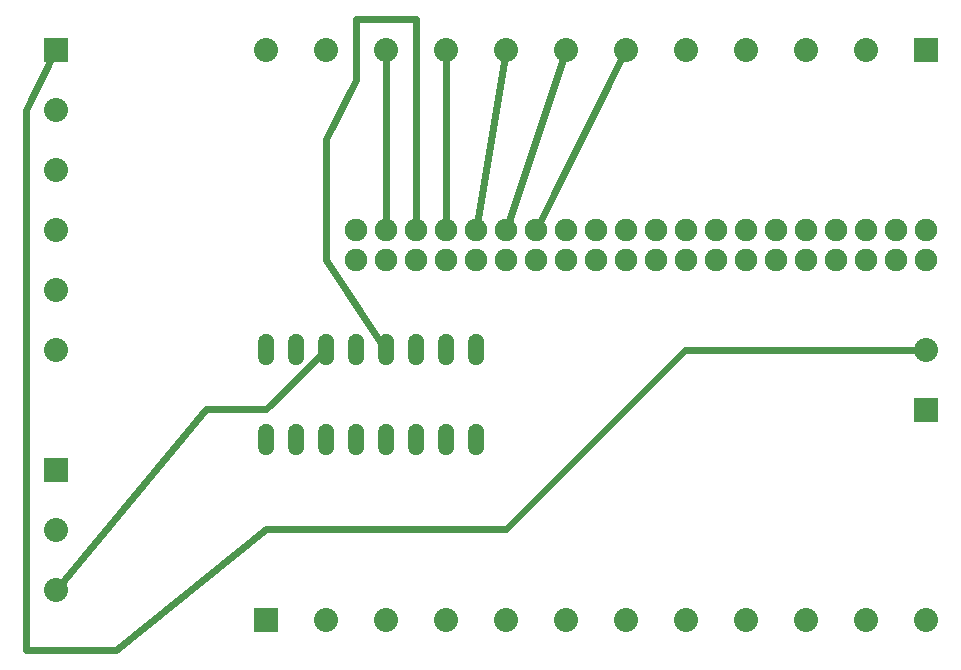
<source format=gbl>
G04 MADE WITH FRITZING*
G04 WWW.FRITZING.ORG*
G04 DOUBLE SIDED*
G04 HOLES PLATED*
G04 CONTOUR ON CENTER OF CONTOUR VECTOR*
%ASAXBY*%
%FSLAX23Y23*%
%MOIN*%
%OFA0B0*%
%SFA1.0B1.0*%
%ADD10C,0.075361*%
%ADD11C,0.080000*%
%ADD12C,0.052000*%
%ADD13R,0.079986X0.080000*%
%ADD14R,0.080000X0.080000*%
%ADD15C,0.024000*%
%ADD16R,0.001000X0.001000*%
%LNCOPPER0*%
G90*
G70*
G54D10*
X3132Y1450D03*
X3032Y1450D03*
X2932Y1450D03*
X2832Y1450D03*
X2732Y1450D03*
X2632Y1450D03*
X2532Y1450D03*
X2432Y1450D03*
X2332Y1450D03*
X2232Y1450D03*
X2132Y1450D03*
X2032Y1450D03*
X1932Y1450D03*
X1832Y1450D03*
X1732Y1450D03*
X1632Y1450D03*
X1532Y1450D03*
X1432Y1450D03*
X1332Y1450D03*
X1232Y1450D03*
X1232Y1350D03*
X1332Y1350D03*
X1432Y1350D03*
X1532Y1350D03*
X1632Y1350D03*
X1732Y1350D03*
X1832Y1350D03*
X1932Y1350D03*
X2032Y1350D03*
X2132Y1350D03*
X2232Y1350D03*
X2332Y1350D03*
X2432Y1350D03*
X2532Y1350D03*
X2632Y1350D03*
X2732Y1350D03*
X2832Y1350D03*
X2932Y1350D03*
X3032Y1350D03*
X3132Y1350D03*
G54D11*
X3132Y850D03*
X3132Y1050D03*
X232Y2050D03*
X232Y1850D03*
X232Y1650D03*
X232Y1450D03*
X232Y1250D03*
X232Y1050D03*
X2932Y2050D03*
X2732Y2050D03*
X2532Y2050D03*
X2332Y2050D03*
X2132Y2050D03*
X1932Y2050D03*
X1732Y2050D03*
X1532Y2050D03*
X1332Y2050D03*
X1132Y2050D03*
X932Y2050D03*
X3132Y2050D03*
X232Y450D03*
X232Y250D03*
X232Y650D03*
G54D12*
X932Y750D03*
X1032Y750D03*
X1132Y750D03*
X1232Y750D03*
X1332Y750D03*
X1432Y750D03*
X1532Y750D03*
X1632Y750D03*
X1632Y1050D03*
X1532Y1050D03*
X1432Y1050D03*
X1332Y1050D03*
X1232Y1050D03*
X1132Y1050D03*
X1032Y1050D03*
X932Y1050D03*
G54D11*
X1132Y150D03*
X1332Y150D03*
X1532Y150D03*
X1732Y150D03*
X1932Y150D03*
X2132Y150D03*
X2332Y150D03*
X2532Y150D03*
X2732Y150D03*
X2932Y150D03*
X3132Y150D03*
X932Y150D03*
G54D13*
X3132Y850D03*
G54D14*
X232Y2050D03*
X3132Y2050D03*
X232Y650D03*
X932Y150D03*
G54D15*
X934Y853D02*
X1121Y1039D01*
D02*
X245Y266D02*
X731Y853D01*
D02*
X731Y853D02*
X934Y853D01*
D02*
X1841Y1468D02*
X2123Y2032D01*
D02*
X1739Y1470D02*
X1926Y2031D01*
D02*
X1635Y1470D02*
X1729Y2031D01*
D02*
X1532Y1471D02*
X1532Y2030D01*
D02*
X1332Y2030D02*
X1332Y1471D01*
D02*
X1232Y1950D02*
X1131Y1753D01*
D02*
X1131Y1348D02*
X1323Y1063D01*
D02*
X1131Y1753D02*
X1131Y1348D01*
D02*
X1432Y1471D02*
X1434Y2153D01*
D02*
X1232Y2153D02*
X1232Y1950D01*
D02*
X1434Y2153D02*
X1232Y2153D01*
D02*
X134Y1849D02*
X134Y48D01*
D02*
X433Y48D02*
X934Y453D01*
D02*
X1733Y453D02*
X2329Y1050D01*
D02*
X223Y2032D02*
X134Y1849D01*
D02*
X2329Y1050D02*
X3112Y1050D01*
D02*
X934Y453D02*
X1733Y453D01*
D02*
X134Y48D02*
X433Y48D01*
G54D16*
X927Y1102D02*
X938Y1102D01*
X1027Y1102D02*
X1038Y1102D01*
X1127Y1102D02*
X1138Y1102D01*
X1227Y1102D02*
X1238Y1102D01*
X1327Y1102D02*
X1338Y1102D01*
X1427Y1102D02*
X1438Y1102D01*
X1527Y1102D02*
X1538Y1102D01*
X1627Y1102D02*
X1638Y1102D01*
X924Y1101D02*
X941Y1101D01*
X1024Y1101D02*
X1041Y1101D01*
X1124Y1101D02*
X1141Y1101D01*
X1224Y1101D02*
X1241Y1101D01*
X1324Y1101D02*
X1341Y1101D01*
X1424Y1101D02*
X1441Y1101D01*
X1524Y1101D02*
X1541Y1101D01*
X1624Y1101D02*
X1641Y1101D01*
X922Y1100D02*
X943Y1100D01*
X1022Y1100D02*
X1043Y1100D01*
X1122Y1100D02*
X1143Y1100D01*
X1222Y1100D02*
X1243Y1100D01*
X1322Y1100D02*
X1343Y1100D01*
X1422Y1100D02*
X1443Y1100D01*
X1522Y1100D02*
X1543Y1100D01*
X1622Y1100D02*
X1643Y1100D01*
X920Y1099D02*
X945Y1099D01*
X1020Y1099D02*
X1045Y1099D01*
X1120Y1099D02*
X1145Y1099D01*
X1220Y1099D02*
X1245Y1099D01*
X1320Y1099D02*
X1345Y1099D01*
X1420Y1099D02*
X1445Y1099D01*
X1520Y1099D02*
X1545Y1099D01*
X1620Y1099D02*
X1645Y1099D01*
X918Y1098D02*
X947Y1098D01*
X1018Y1098D02*
X1047Y1098D01*
X1118Y1098D02*
X1147Y1098D01*
X1218Y1098D02*
X1247Y1098D01*
X1318Y1098D02*
X1347Y1098D01*
X1418Y1098D02*
X1447Y1098D01*
X1518Y1098D02*
X1547Y1098D01*
X1618Y1098D02*
X1647Y1098D01*
X917Y1097D02*
X948Y1097D01*
X1017Y1097D02*
X1048Y1097D01*
X1117Y1097D02*
X1148Y1097D01*
X1217Y1097D02*
X1248Y1097D01*
X1317Y1097D02*
X1348Y1097D01*
X1417Y1097D02*
X1448Y1097D01*
X1517Y1097D02*
X1548Y1097D01*
X1617Y1097D02*
X1648Y1097D01*
X916Y1096D02*
X949Y1096D01*
X1016Y1096D02*
X1049Y1096D01*
X1116Y1096D02*
X1149Y1096D01*
X1216Y1096D02*
X1249Y1096D01*
X1316Y1096D02*
X1349Y1096D01*
X1416Y1096D02*
X1449Y1096D01*
X1516Y1096D02*
X1549Y1096D01*
X1616Y1096D02*
X1649Y1096D01*
X915Y1095D02*
X950Y1095D01*
X1015Y1095D02*
X1050Y1095D01*
X1115Y1095D02*
X1150Y1095D01*
X1215Y1095D02*
X1250Y1095D01*
X1315Y1095D02*
X1350Y1095D01*
X1415Y1095D02*
X1450Y1095D01*
X1515Y1095D02*
X1550Y1095D01*
X1615Y1095D02*
X1650Y1095D01*
X914Y1094D02*
X951Y1094D01*
X1014Y1094D02*
X1051Y1094D01*
X1114Y1094D02*
X1151Y1094D01*
X1214Y1094D02*
X1251Y1094D01*
X1314Y1094D02*
X1351Y1094D01*
X1414Y1094D02*
X1451Y1094D01*
X1514Y1094D02*
X1551Y1094D01*
X1614Y1094D02*
X1651Y1094D01*
X913Y1093D02*
X952Y1093D01*
X1013Y1093D02*
X1052Y1093D01*
X1113Y1093D02*
X1152Y1093D01*
X1213Y1093D02*
X1252Y1093D01*
X1313Y1093D02*
X1352Y1093D01*
X1413Y1093D02*
X1452Y1093D01*
X1513Y1093D02*
X1552Y1093D01*
X1613Y1093D02*
X1652Y1093D01*
X912Y1092D02*
X953Y1092D01*
X1012Y1092D02*
X1053Y1092D01*
X1112Y1092D02*
X1153Y1092D01*
X1212Y1092D02*
X1253Y1092D01*
X1312Y1092D02*
X1353Y1092D01*
X1412Y1092D02*
X1453Y1092D01*
X1512Y1092D02*
X1553Y1092D01*
X1612Y1092D02*
X1653Y1092D01*
X911Y1091D02*
X954Y1091D01*
X1011Y1091D02*
X1054Y1091D01*
X1111Y1091D02*
X1154Y1091D01*
X1211Y1091D02*
X1254Y1091D01*
X1311Y1091D02*
X1354Y1091D01*
X1411Y1091D02*
X1454Y1091D01*
X1511Y1091D02*
X1554Y1091D01*
X1611Y1091D02*
X1654Y1091D01*
X911Y1090D02*
X954Y1090D01*
X1011Y1090D02*
X1054Y1090D01*
X1111Y1090D02*
X1154Y1090D01*
X1211Y1090D02*
X1254Y1090D01*
X1311Y1090D02*
X1354Y1090D01*
X1411Y1090D02*
X1454Y1090D01*
X1511Y1090D02*
X1554Y1090D01*
X1611Y1090D02*
X1654Y1090D01*
X910Y1089D02*
X955Y1089D01*
X1010Y1089D02*
X1055Y1089D01*
X1110Y1089D02*
X1155Y1089D01*
X1210Y1089D02*
X1255Y1089D01*
X1310Y1089D02*
X1355Y1089D01*
X1410Y1089D02*
X1455Y1089D01*
X1510Y1089D02*
X1555Y1089D01*
X1610Y1089D02*
X1655Y1089D01*
X910Y1088D02*
X955Y1088D01*
X1010Y1088D02*
X1055Y1088D01*
X1110Y1088D02*
X1155Y1088D01*
X1210Y1088D02*
X1255Y1088D01*
X1310Y1088D02*
X1355Y1088D01*
X1410Y1088D02*
X1455Y1088D01*
X1510Y1088D02*
X1555Y1088D01*
X1610Y1088D02*
X1655Y1088D01*
X909Y1087D02*
X956Y1087D01*
X1009Y1087D02*
X1056Y1087D01*
X1109Y1087D02*
X1156Y1087D01*
X1209Y1087D02*
X1256Y1087D01*
X1309Y1087D02*
X1356Y1087D01*
X1409Y1087D02*
X1456Y1087D01*
X1509Y1087D02*
X1556Y1087D01*
X1609Y1087D02*
X1656Y1087D01*
X909Y1086D02*
X956Y1086D01*
X1009Y1086D02*
X1056Y1086D01*
X1109Y1086D02*
X1156Y1086D01*
X1209Y1086D02*
X1256Y1086D01*
X1309Y1086D02*
X1356Y1086D01*
X1409Y1086D02*
X1456Y1086D01*
X1509Y1086D02*
X1556Y1086D01*
X1609Y1086D02*
X1656Y1086D01*
X908Y1085D02*
X957Y1085D01*
X1008Y1085D02*
X1057Y1085D01*
X1108Y1085D02*
X1157Y1085D01*
X1208Y1085D02*
X1257Y1085D01*
X1308Y1085D02*
X1357Y1085D01*
X1408Y1085D02*
X1457Y1085D01*
X1508Y1085D02*
X1557Y1085D01*
X1608Y1085D02*
X1657Y1085D01*
X908Y1084D02*
X957Y1084D01*
X1008Y1084D02*
X1057Y1084D01*
X1108Y1084D02*
X1157Y1084D01*
X1208Y1084D02*
X1257Y1084D01*
X1308Y1084D02*
X1357Y1084D01*
X1408Y1084D02*
X1457Y1084D01*
X1508Y1084D02*
X1557Y1084D01*
X1608Y1084D02*
X1657Y1084D01*
X908Y1083D02*
X957Y1083D01*
X1008Y1083D02*
X1057Y1083D01*
X1108Y1083D02*
X1157Y1083D01*
X1208Y1083D02*
X1257Y1083D01*
X1308Y1083D02*
X1357Y1083D01*
X1408Y1083D02*
X1457Y1083D01*
X1508Y1083D02*
X1557Y1083D01*
X1608Y1083D02*
X1657Y1083D01*
X908Y1082D02*
X957Y1082D01*
X1008Y1082D02*
X1057Y1082D01*
X1108Y1082D02*
X1157Y1082D01*
X1208Y1082D02*
X1257Y1082D01*
X1308Y1082D02*
X1357Y1082D01*
X1408Y1082D02*
X1457Y1082D01*
X1508Y1082D02*
X1557Y1082D01*
X1608Y1082D02*
X1657Y1082D01*
X907Y1081D02*
X958Y1081D01*
X1007Y1081D02*
X1058Y1081D01*
X1107Y1081D02*
X1158Y1081D01*
X1207Y1081D02*
X1258Y1081D01*
X1307Y1081D02*
X1358Y1081D01*
X1407Y1081D02*
X1458Y1081D01*
X1507Y1081D02*
X1558Y1081D01*
X1607Y1081D02*
X1658Y1081D01*
X907Y1080D02*
X958Y1080D01*
X1007Y1080D02*
X1058Y1080D01*
X1107Y1080D02*
X1158Y1080D01*
X1207Y1080D02*
X1258Y1080D01*
X1307Y1080D02*
X1358Y1080D01*
X1407Y1080D02*
X1458Y1080D01*
X1507Y1080D02*
X1558Y1080D01*
X1607Y1080D02*
X1658Y1080D01*
X907Y1079D02*
X958Y1079D01*
X1007Y1079D02*
X1058Y1079D01*
X1107Y1079D02*
X1158Y1079D01*
X1207Y1079D02*
X1258Y1079D01*
X1307Y1079D02*
X1358Y1079D01*
X1407Y1079D02*
X1458Y1079D01*
X1507Y1079D02*
X1558Y1079D01*
X1607Y1079D02*
X1658Y1079D01*
X907Y1078D02*
X958Y1078D01*
X1007Y1078D02*
X1058Y1078D01*
X1107Y1078D02*
X1158Y1078D01*
X1207Y1078D02*
X1258Y1078D01*
X1307Y1078D02*
X1358Y1078D01*
X1407Y1078D02*
X1458Y1078D01*
X1507Y1078D02*
X1558Y1078D01*
X1607Y1078D02*
X1658Y1078D01*
X907Y1077D02*
X958Y1077D01*
X1007Y1077D02*
X1058Y1077D01*
X1107Y1077D02*
X1158Y1077D01*
X1207Y1077D02*
X1258Y1077D01*
X1307Y1077D02*
X1358Y1077D01*
X1407Y1077D02*
X1458Y1077D01*
X1507Y1077D02*
X1558Y1077D01*
X1607Y1077D02*
X1658Y1077D01*
X907Y1076D02*
X958Y1076D01*
X1007Y1076D02*
X1058Y1076D01*
X1107Y1076D02*
X1158Y1076D01*
X1207Y1076D02*
X1258Y1076D01*
X1307Y1076D02*
X1358Y1076D01*
X1407Y1076D02*
X1458Y1076D01*
X1507Y1076D02*
X1558Y1076D01*
X1607Y1076D02*
X1658Y1076D01*
X907Y1075D02*
X958Y1075D01*
X1007Y1075D02*
X1058Y1075D01*
X1107Y1075D02*
X1158Y1075D01*
X1207Y1075D02*
X1258Y1075D01*
X1307Y1075D02*
X1358Y1075D01*
X1407Y1075D02*
X1458Y1075D01*
X1507Y1075D02*
X1558Y1075D01*
X1607Y1075D02*
X1658Y1075D01*
X907Y1074D02*
X958Y1074D01*
X1007Y1074D02*
X1058Y1074D01*
X1107Y1074D02*
X1158Y1074D01*
X1207Y1074D02*
X1258Y1074D01*
X1307Y1074D02*
X1358Y1074D01*
X1407Y1074D02*
X1458Y1074D01*
X1507Y1074D02*
X1558Y1074D01*
X1607Y1074D02*
X1658Y1074D01*
X907Y1073D02*
X958Y1073D01*
X1007Y1073D02*
X1058Y1073D01*
X1107Y1073D02*
X1158Y1073D01*
X1207Y1073D02*
X1258Y1073D01*
X1307Y1073D02*
X1358Y1073D01*
X1407Y1073D02*
X1458Y1073D01*
X1507Y1073D02*
X1558Y1073D01*
X1607Y1073D02*
X1658Y1073D01*
X907Y1072D02*
X958Y1072D01*
X1007Y1072D02*
X1058Y1072D01*
X1107Y1072D02*
X1158Y1072D01*
X1207Y1072D02*
X1258Y1072D01*
X1307Y1072D02*
X1358Y1072D01*
X1407Y1072D02*
X1458Y1072D01*
X1507Y1072D02*
X1558Y1072D01*
X1607Y1072D02*
X1658Y1072D01*
X907Y1071D02*
X958Y1071D01*
X1007Y1071D02*
X1058Y1071D01*
X1107Y1071D02*
X1158Y1071D01*
X1207Y1071D02*
X1258Y1071D01*
X1307Y1071D02*
X1358Y1071D01*
X1407Y1071D02*
X1458Y1071D01*
X1507Y1071D02*
X1558Y1071D01*
X1607Y1071D02*
X1658Y1071D01*
X907Y1070D02*
X958Y1070D01*
X1007Y1070D02*
X1058Y1070D01*
X1107Y1070D02*
X1158Y1070D01*
X1207Y1070D02*
X1258Y1070D01*
X1307Y1070D02*
X1358Y1070D01*
X1407Y1070D02*
X1458Y1070D01*
X1507Y1070D02*
X1558Y1070D01*
X1607Y1070D02*
X1658Y1070D01*
X907Y1069D02*
X958Y1069D01*
X1007Y1069D02*
X1058Y1069D01*
X1107Y1069D02*
X1158Y1069D01*
X1207Y1069D02*
X1258Y1069D01*
X1307Y1069D02*
X1358Y1069D01*
X1407Y1069D02*
X1458Y1069D01*
X1507Y1069D02*
X1558Y1069D01*
X1607Y1069D02*
X1658Y1069D01*
X907Y1068D02*
X958Y1068D01*
X1007Y1068D02*
X1058Y1068D01*
X1107Y1068D02*
X1158Y1068D01*
X1207Y1068D02*
X1258Y1068D01*
X1307Y1068D02*
X1358Y1068D01*
X1407Y1068D02*
X1458Y1068D01*
X1507Y1068D02*
X1558Y1068D01*
X1607Y1068D02*
X1658Y1068D01*
X907Y1067D02*
X958Y1067D01*
X1007Y1067D02*
X1058Y1067D01*
X1107Y1067D02*
X1158Y1067D01*
X1207Y1067D02*
X1258Y1067D01*
X1307Y1067D02*
X1358Y1067D01*
X1407Y1067D02*
X1458Y1067D01*
X1507Y1067D02*
X1558Y1067D01*
X1607Y1067D02*
X1658Y1067D01*
X907Y1066D02*
X928Y1066D01*
X937Y1066D02*
X958Y1066D01*
X1007Y1066D02*
X1028Y1066D01*
X1037Y1066D02*
X1058Y1066D01*
X1107Y1066D02*
X1128Y1066D01*
X1137Y1066D02*
X1158Y1066D01*
X1207Y1066D02*
X1228Y1066D01*
X1237Y1066D02*
X1258Y1066D01*
X1307Y1066D02*
X1328Y1066D01*
X1337Y1066D02*
X1358Y1066D01*
X1407Y1066D02*
X1428Y1066D01*
X1437Y1066D02*
X1458Y1066D01*
X1507Y1066D02*
X1528Y1066D01*
X1537Y1066D02*
X1558Y1066D01*
X1607Y1066D02*
X1628Y1066D01*
X1637Y1066D02*
X1658Y1066D01*
X907Y1065D02*
X925Y1065D01*
X940Y1065D02*
X958Y1065D01*
X1007Y1065D02*
X1025Y1065D01*
X1040Y1065D02*
X1058Y1065D01*
X1107Y1065D02*
X1125Y1065D01*
X1140Y1065D02*
X1158Y1065D01*
X1207Y1065D02*
X1225Y1065D01*
X1240Y1065D02*
X1258Y1065D01*
X1307Y1065D02*
X1325Y1065D01*
X1340Y1065D02*
X1358Y1065D01*
X1407Y1065D02*
X1425Y1065D01*
X1440Y1065D02*
X1458Y1065D01*
X1507Y1065D02*
X1525Y1065D01*
X1540Y1065D02*
X1558Y1065D01*
X1607Y1065D02*
X1625Y1065D01*
X1640Y1065D02*
X1658Y1065D01*
X907Y1064D02*
X923Y1064D01*
X942Y1064D02*
X958Y1064D01*
X1007Y1064D02*
X1023Y1064D01*
X1042Y1064D02*
X1058Y1064D01*
X1107Y1064D02*
X1123Y1064D01*
X1142Y1064D02*
X1158Y1064D01*
X1207Y1064D02*
X1223Y1064D01*
X1242Y1064D02*
X1258Y1064D01*
X1307Y1064D02*
X1323Y1064D01*
X1342Y1064D02*
X1358Y1064D01*
X1407Y1064D02*
X1423Y1064D01*
X1442Y1064D02*
X1458Y1064D01*
X1507Y1064D02*
X1523Y1064D01*
X1542Y1064D02*
X1558Y1064D01*
X1607Y1064D02*
X1623Y1064D01*
X1642Y1064D02*
X1658Y1064D01*
X907Y1063D02*
X922Y1063D01*
X943Y1063D02*
X958Y1063D01*
X1007Y1063D02*
X1022Y1063D01*
X1043Y1063D02*
X1058Y1063D01*
X1107Y1063D02*
X1122Y1063D01*
X1143Y1063D02*
X1158Y1063D01*
X1207Y1063D02*
X1222Y1063D01*
X1243Y1063D02*
X1258Y1063D01*
X1307Y1063D02*
X1322Y1063D01*
X1343Y1063D02*
X1358Y1063D01*
X1407Y1063D02*
X1422Y1063D01*
X1443Y1063D02*
X1458Y1063D01*
X1507Y1063D02*
X1522Y1063D01*
X1543Y1063D02*
X1558Y1063D01*
X1607Y1063D02*
X1622Y1063D01*
X1643Y1063D02*
X1658Y1063D01*
X907Y1062D02*
X921Y1062D01*
X944Y1062D02*
X958Y1062D01*
X1007Y1062D02*
X1021Y1062D01*
X1044Y1062D02*
X1058Y1062D01*
X1107Y1062D02*
X1121Y1062D01*
X1144Y1062D02*
X1158Y1062D01*
X1207Y1062D02*
X1221Y1062D01*
X1244Y1062D02*
X1258Y1062D01*
X1307Y1062D02*
X1321Y1062D01*
X1344Y1062D02*
X1358Y1062D01*
X1407Y1062D02*
X1421Y1062D01*
X1444Y1062D02*
X1458Y1062D01*
X1507Y1062D02*
X1521Y1062D01*
X1544Y1062D02*
X1558Y1062D01*
X1607Y1062D02*
X1621Y1062D01*
X1644Y1062D02*
X1658Y1062D01*
X907Y1061D02*
X920Y1061D01*
X945Y1061D02*
X958Y1061D01*
X1007Y1061D02*
X1020Y1061D01*
X1045Y1061D02*
X1058Y1061D01*
X1107Y1061D02*
X1120Y1061D01*
X1145Y1061D02*
X1158Y1061D01*
X1207Y1061D02*
X1220Y1061D01*
X1245Y1061D02*
X1258Y1061D01*
X1307Y1061D02*
X1320Y1061D01*
X1345Y1061D02*
X1358Y1061D01*
X1407Y1061D02*
X1420Y1061D01*
X1445Y1061D02*
X1458Y1061D01*
X1507Y1061D02*
X1520Y1061D01*
X1545Y1061D02*
X1558Y1061D01*
X1607Y1061D02*
X1620Y1061D01*
X1645Y1061D02*
X1658Y1061D01*
X907Y1060D02*
X919Y1060D01*
X946Y1060D02*
X958Y1060D01*
X1007Y1060D02*
X1019Y1060D01*
X1046Y1060D02*
X1058Y1060D01*
X1107Y1060D02*
X1119Y1060D01*
X1146Y1060D02*
X1158Y1060D01*
X1207Y1060D02*
X1219Y1060D01*
X1246Y1060D02*
X1258Y1060D01*
X1307Y1060D02*
X1319Y1060D01*
X1346Y1060D02*
X1358Y1060D01*
X1407Y1060D02*
X1419Y1060D01*
X1446Y1060D02*
X1458Y1060D01*
X1507Y1060D02*
X1519Y1060D01*
X1546Y1060D02*
X1558Y1060D01*
X1607Y1060D02*
X1619Y1060D01*
X1646Y1060D02*
X1658Y1060D01*
X907Y1059D02*
X918Y1059D01*
X947Y1059D02*
X958Y1059D01*
X1007Y1059D02*
X1018Y1059D01*
X1047Y1059D02*
X1058Y1059D01*
X1107Y1059D02*
X1118Y1059D01*
X1147Y1059D02*
X1158Y1059D01*
X1207Y1059D02*
X1218Y1059D01*
X1247Y1059D02*
X1258Y1059D01*
X1307Y1059D02*
X1318Y1059D01*
X1347Y1059D02*
X1358Y1059D01*
X1407Y1059D02*
X1418Y1059D01*
X1447Y1059D02*
X1458Y1059D01*
X1507Y1059D02*
X1518Y1059D01*
X1547Y1059D02*
X1558Y1059D01*
X1607Y1059D02*
X1618Y1059D01*
X1647Y1059D02*
X1658Y1059D01*
X907Y1058D02*
X918Y1058D01*
X947Y1058D02*
X958Y1058D01*
X1007Y1058D02*
X1018Y1058D01*
X1047Y1058D02*
X1058Y1058D01*
X1107Y1058D02*
X1118Y1058D01*
X1147Y1058D02*
X1158Y1058D01*
X1207Y1058D02*
X1218Y1058D01*
X1247Y1058D02*
X1258Y1058D01*
X1307Y1058D02*
X1318Y1058D01*
X1347Y1058D02*
X1358Y1058D01*
X1407Y1058D02*
X1418Y1058D01*
X1447Y1058D02*
X1458Y1058D01*
X1507Y1058D02*
X1518Y1058D01*
X1547Y1058D02*
X1558Y1058D01*
X1607Y1058D02*
X1618Y1058D01*
X1647Y1058D02*
X1658Y1058D01*
X907Y1057D02*
X917Y1057D01*
X948Y1057D02*
X958Y1057D01*
X1007Y1057D02*
X1017Y1057D01*
X1048Y1057D02*
X1058Y1057D01*
X1107Y1057D02*
X1117Y1057D01*
X1148Y1057D02*
X1158Y1057D01*
X1207Y1057D02*
X1217Y1057D01*
X1248Y1057D02*
X1258Y1057D01*
X1307Y1057D02*
X1317Y1057D01*
X1348Y1057D02*
X1358Y1057D01*
X1407Y1057D02*
X1417Y1057D01*
X1448Y1057D02*
X1458Y1057D01*
X1507Y1057D02*
X1517Y1057D01*
X1548Y1057D02*
X1558Y1057D01*
X1607Y1057D02*
X1617Y1057D01*
X1648Y1057D02*
X1658Y1057D01*
X907Y1056D02*
X917Y1056D01*
X948Y1056D02*
X958Y1056D01*
X1007Y1056D02*
X1017Y1056D01*
X1048Y1056D02*
X1058Y1056D01*
X1107Y1056D02*
X1117Y1056D01*
X1148Y1056D02*
X1158Y1056D01*
X1207Y1056D02*
X1217Y1056D01*
X1248Y1056D02*
X1258Y1056D01*
X1307Y1056D02*
X1317Y1056D01*
X1348Y1056D02*
X1358Y1056D01*
X1407Y1056D02*
X1417Y1056D01*
X1448Y1056D02*
X1458Y1056D01*
X1507Y1056D02*
X1517Y1056D01*
X1548Y1056D02*
X1558Y1056D01*
X1607Y1056D02*
X1617Y1056D01*
X1648Y1056D02*
X1658Y1056D01*
X907Y1055D02*
X917Y1055D01*
X948Y1055D02*
X958Y1055D01*
X1007Y1055D02*
X1017Y1055D01*
X1048Y1055D02*
X1058Y1055D01*
X1107Y1055D02*
X1117Y1055D01*
X1148Y1055D02*
X1158Y1055D01*
X1207Y1055D02*
X1217Y1055D01*
X1248Y1055D02*
X1258Y1055D01*
X1307Y1055D02*
X1317Y1055D01*
X1348Y1055D02*
X1358Y1055D01*
X1407Y1055D02*
X1417Y1055D01*
X1448Y1055D02*
X1458Y1055D01*
X1507Y1055D02*
X1517Y1055D01*
X1548Y1055D02*
X1558Y1055D01*
X1607Y1055D02*
X1617Y1055D01*
X1648Y1055D02*
X1658Y1055D01*
X907Y1054D02*
X916Y1054D01*
X949Y1054D02*
X958Y1054D01*
X1007Y1054D02*
X1016Y1054D01*
X1049Y1054D02*
X1058Y1054D01*
X1107Y1054D02*
X1116Y1054D01*
X1149Y1054D02*
X1158Y1054D01*
X1207Y1054D02*
X1216Y1054D01*
X1249Y1054D02*
X1258Y1054D01*
X1307Y1054D02*
X1316Y1054D01*
X1349Y1054D02*
X1358Y1054D01*
X1407Y1054D02*
X1416Y1054D01*
X1449Y1054D02*
X1458Y1054D01*
X1507Y1054D02*
X1516Y1054D01*
X1549Y1054D02*
X1558Y1054D01*
X1607Y1054D02*
X1616Y1054D01*
X1649Y1054D02*
X1658Y1054D01*
X907Y1053D02*
X916Y1053D01*
X949Y1053D02*
X958Y1053D01*
X1007Y1053D02*
X1016Y1053D01*
X1049Y1053D02*
X1058Y1053D01*
X1107Y1053D02*
X1116Y1053D01*
X1149Y1053D02*
X1158Y1053D01*
X1207Y1053D02*
X1216Y1053D01*
X1249Y1053D02*
X1258Y1053D01*
X1307Y1053D02*
X1316Y1053D01*
X1349Y1053D02*
X1358Y1053D01*
X1407Y1053D02*
X1416Y1053D01*
X1449Y1053D02*
X1458Y1053D01*
X1507Y1053D02*
X1516Y1053D01*
X1549Y1053D02*
X1558Y1053D01*
X1607Y1053D02*
X1616Y1053D01*
X1649Y1053D02*
X1658Y1053D01*
X907Y1052D02*
X916Y1052D01*
X949Y1052D02*
X958Y1052D01*
X1007Y1052D02*
X1016Y1052D01*
X1049Y1052D02*
X1058Y1052D01*
X1107Y1052D02*
X1116Y1052D01*
X1149Y1052D02*
X1158Y1052D01*
X1207Y1052D02*
X1216Y1052D01*
X1249Y1052D02*
X1258Y1052D01*
X1307Y1052D02*
X1316Y1052D01*
X1349Y1052D02*
X1358Y1052D01*
X1407Y1052D02*
X1416Y1052D01*
X1449Y1052D02*
X1458Y1052D01*
X1507Y1052D02*
X1516Y1052D01*
X1549Y1052D02*
X1558Y1052D01*
X1607Y1052D02*
X1616Y1052D01*
X1649Y1052D02*
X1658Y1052D01*
X907Y1051D02*
X916Y1051D01*
X949Y1051D02*
X958Y1051D01*
X1007Y1051D02*
X1016Y1051D01*
X1049Y1051D02*
X1058Y1051D01*
X1107Y1051D02*
X1116Y1051D01*
X1149Y1051D02*
X1158Y1051D01*
X1207Y1051D02*
X1216Y1051D01*
X1249Y1051D02*
X1258Y1051D01*
X1307Y1051D02*
X1316Y1051D01*
X1349Y1051D02*
X1358Y1051D01*
X1407Y1051D02*
X1416Y1051D01*
X1449Y1051D02*
X1458Y1051D01*
X1507Y1051D02*
X1516Y1051D01*
X1549Y1051D02*
X1558Y1051D01*
X1607Y1051D02*
X1616Y1051D01*
X1649Y1051D02*
X1658Y1051D01*
X907Y1050D02*
X916Y1050D01*
X949Y1050D02*
X958Y1050D01*
X1007Y1050D02*
X1016Y1050D01*
X1049Y1050D02*
X1058Y1050D01*
X1107Y1050D02*
X1116Y1050D01*
X1149Y1050D02*
X1158Y1050D01*
X1207Y1050D02*
X1216Y1050D01*
X1249Y1050D02*
X1258Y1050D01*
X1307Y1050D02*
X1316Y1050D01*
X1349Y1050D02*
X1358Y1050D01*
X1407Y1050D02*
X1416Y1050D01*
X1449Y1050D02*
X1458Y1050D01*
X1507Y1050D02*
X1516Y1050D01*
X1549Y1050D02*
X1558Y1050D01*
X1607Y1050D02*
X1616Y1050D01*
X1649Y1050D02*
X1658Y1050D01*
X907Y1049D02*
X916Y1049D01*
X949Y1049D02*
X958Y1049D01*
X1007Y1049D02*
X1016Y1049D01*
X1049Y1049D02*
X1058Y1049D01*
X1107Y1049D02*
X1116Y1049D01*
X1149Y1049D02*
X1158Y1049D01*
X1207Y1049D02*
X1216Y1049D01*
X1249Y1049D02*
X1258Y1049D01*
X1307Y1049D02*
X1316Y1049D01*
X1349Y1049D02*
X1358Y1049D01*
X1407Y1049D02*
X1416Y1049D01*
X1449Y1049D02*
X1458Y1049D01*
X1507Y1049D02*
X1516Y1049D01*
X1549Y1049D02*
X1558Y1049D01*
X1607Y1049D02*
X1616Y1049D01*
X1649Y1049D02*
X1658Y1049D01*
X907Y1048D02*
X916Y1048D01*
X949Y1048D02*
X958Y1048D01*
X1007Y1048D02*
X1016Y1048D01*
X1049Y1048D02*
X1058Y1048D01*
X1107Y1048D02*
X1116Y1048D01*
X1149Y1048D02*
X1158Y1048D01*
X1207Y1048D02*
X1216Y1048D01*
X1249Y1048D02*
X1258Y1048D01*
X1307Y1048D02*
X1316Y1048D01*
X1349Y1048D02*
X1358Y1048D01*
X1407Y1048D02*
X1416Y1048D01*
X1449Y1048D02*
X1458Y1048D01*
X1507Y1048D02*
X1516Y1048D01*
X1549Y1048D02*
X1558Y1048D01*
X1607Y1048D02*
X1616Y1048D01*
X1649Y1048D02*
X1658Y1048D01*
X907Y1047D02*
X917Y1047D01*
X949Y1047D02*
X958Y1047D01*
X1007Y1047D02*
X1017Y1047D01*
X1049Y1047D02*
X1058Y1047D01*
X1107Y1047D02*
X1116Y1047D01*
X1149Y1047D02*
X1158Y1047D01*
X1207Y1047D02*
X1216Y1047D01*
X1249Y1047D02*
X1258Y1047D01*
X1307Y1047D02*
X1316Y1047D01*
X1349Y1047D02*
X1358Y1047D01*
X1407Y1047D02*
X1416Y1047D01*
X1449Y1047D02*
X1458Y1047D01*
X1507Y1047D02*
X1516Y1047D01*
X1549Y1047D02*
X1558Y1047D01*
X1607Y1047D02*
X1616Y1047D01*
X1649Y1047D02*
X1658Y1047D01*
X907Y1046D02*
X917Y1046D01*
X948Y1046D02*
X958Y1046D01*
X1007Y1046D02*
X1017Y1046D01*
X1048Y1046D02*
X1058Y1046D01*
X1107Y1046D02*
X1117Y1046D01*
X1148Y1046D02*
X1158Y1046D01*
X1207Y1046D02*
X1217Y1046D01*
X1248Y1046D02*
X1258Y1046D01*
X1307Y1046D02*
X1317Y1046D01*
X1348Y1046D02*
X1358Y1046D01*
X1407Y1046D02*
X1417Y1046D01*
X1448Y1046D02*
X1458Y1046D01*
X1507Y1046D02*
X1517Y1046D01*
X1548Y1046D02*
X1558Y1046D01*
X1607Y1046D02*
X1617Y1046D01*
X1648Y1046D02*
X1658Y1046D01*
X907Y1045D02*
X917Y1045D01*
X948Y1045D02*
X958Y1045D01*
X1007Y1045D02*
X1017Y1045D01*
X1048Y1045D02*
X1058Y1045D01*
X1107Y1045D02*
X1117Y1045D01*
X1148Y1045D02*
X1158Y1045D01*
X1207Y1045D02*
X1217Y1045D01*
X1248Y1045D02*
X1258Y1045D01*
X1307Y1045D02*
X1317Y1045D01*
X1348Y1045D02*
X1358Y1045D01*
X1407Y1045D02*
X1417Y1045D01*
X1448Y1045D02*
X1458Y1045D01*
X1507Y1045D02*
X1517Y1045D01*
X1548Y1045D02*
X1558Y1045D01*
X1607Y1045D02*
X1617Y1045D01*
X1648Y1045D02*
X1658Y1045D01*
X907Y1044D02*
X918Y1044D01*
X948Y1044D02*
X958Y1044D01*
X1007Y1044D02*
X1018Y1044D01*
X1048Y1044D02*
X1058Y1044D01*
X1107Y1044D02*
X1118Y1044D01*
X1148Y1044D02*
X1158Y1044D01*
X1207Y1044D02*
X1218Y1044D01*
X1248Y1044D02*
X1258Y1044D01*
X1307Y1044D02*
X1318Y1044D01*
X1348Y1044D02*
X1358Y1044D01*
X1407Y1044D02*
X1417Y1044D01*
X1448Y1044D02*
X1458Y1044D01*
X1507Y1044D02*
X1517Y1044D01*
X1548Y1044D02*
X1558Y1044D01*
X1607Y1044D02*
X1617Y1044D01*
X1648Y1044D02*
X1658Y1044D01*
X907Y1043D02*
X918Y1043D01*
X947Y1043D02*
X958Y1043D01*
X1007Y1043D02*
X1018Y1043D01*
X1047Y1043D02*
X1058Y1043D01*
X1107Y1043D02*
X1118Y1043D01*
X1147Y1043D02*
X1158Y1043D01*
X1207Y1043D02*
X1218Y1043D01*
X1247Y1043D02*
X1258Y1043D01*
X1307Y1043D02*
X1318Y1043D01*
X1347Y1043D02*
X1358Y1043D01*
X1407Y1043D02*
X1418Y1043D01*
X1447Y1043D02*
X1458Y1043D01*
X1507Y1043D02*
X1518Y1043D01*
X1547Y1043D02*
X1558Y1043D01*
X1607Y1043D02*
X1618Y1043D01*
X1647Y1043D02*
X1658Y1043D01*
X907Y1042D02*
X919Y1042D01*
X946Y1042D02*
X958Y1042D01*
X1007Y1042D02*
X1019Y1042D01*
X1046Y1042D02*
X1058Y1042D01*
X1107Y1042D02*
X1119Y1042D01*
X1146Y1042D02*
X1158Y1042D01*
X1207Y1042D02*
X1219Y1042D01*
X1246Y1042D02*
X1258Y1042D01*
X1307Y1042D02*
X1319Y1042D01*
X1346Y1042D02*
X1358Y1042D01*
X1407Y1042D02*
X1419Y1042D01*
X1446Y1042D02*
X1458Y1042D01*
X1507Y1042D02*
X1519Y1042D01*
X1546Y1042D02*
X1558Y1042D01*
X1607Y1042D02*
X1619Y1042D01*
X1646Y1042D02*
X1658Y1042D01*
X907Y1041D02*
X919Y1041D01*
X946Y1041D02*
X958Y1041D01*
X1007Y1041D02*
X1019Y1041D01*
X1046Y1041D02*
X1058Y1041D01*
X1107Y1041D02*
X1119Y1041D01*
X1146Y1041D02*
X1158Y1041D01*
X1207Y1041D02*
X1219Y1041D01*
X1246Y1041D02*
X1258Y1041D01*
X1307Y1041D02*
X1319Y1041D01*
X1346Y1041D02*
X1358Y1041D01*
X1407Y1041D02*
X1419Y1041D01*
X1446Y1041D02*
X1458Y1041D01*
X1507Y1041D02*
X1519Y1041D01*
X1546Y1041D02*
X1558Y1041D01*
X1607Y1041D02*
X1619Y1041D01*
X1646Y1041D02*
X1658Y1041D01*
X907Y1040D02*
X920Y1040D01*
X945Y1040D02*
X958Y1040D01*
X1007Y1040D02*
X1020Y1040D01*
X1045Y1040D02*
X1058Y1040D01*
X1107Y1040D02*
X1120Y1040D01*
X1145Y1040D02*
X1158Y1040D01*
X1207Y1040D02*
X1220Y1040D01*
X1245Y1040D02*
X1258Y1040D01*
X1307Y1040D02*
X1320Y1040D01*
X1345Y1040D02*
X1358Y1040D01*
X1407Y1040D02*
X1420Y1040D01*
X1445Y1040D02*
X1458Y1040D01*
X1507Y1040D02*
X1520Y1040D01*
X1545Y1040D02*
X1558Y1040D01*
X1607Y1040D02*
X1620Y1040D01*
X1645Y1040D02*
X1658Y1040D01*
X907Y1039D02*
X921Y1039D01*
X944Y1039D02*
X958Y1039D01*
X1007Y1039D02*
X1021Y1039D01*
X1044Y1039D02*
X1058Y1039D01*
X1107Y1039D02*
X1121Y1039D01*
X1144Y1039D02*
X1158Y1039D01*
X1207Y1039D02*
X1221Y1039D01*
X1244Y1039D02*
X1258Y1039D01*
X1307Y1039D02*
X1321Y1039D01*
X1344Y1039D02*
X1358Y1039D01*
X1407Y1039D02*
X1421Y1039D01*
X1444Y1039D02*
X1458Y1039D01*
X1507Y1039D02*
X1521Y1039D01*
X1544Y1039D02*
X1558Y1039D01*
X1607Y1039D02*
X1621Y1039D01*
X1644Y1039D02*
X1658Y1039D01*
X907Y1038D02*
X922Y1038D01*
X943Y1038D02*
X958Y1038D01*
X1007Y1038D02*
X1022Y1038D01*
X1043Y1038D02*
X1058Y1038D01*
X1107Y1038D02*
X1122Y1038D01*
X1143Y1038D02*
X1158Y1038D01*
X1207Y1038D02*
X1222Y1038D01*
X1243Y1038D02*
X1258Y1038D01*
X1307Y1038D02*
X1322Y1038D01*
X1343Y1038D02*
X1358Y1038D01*
X1407Y1038D02*
X1422Y1038D01*
X1443Y1038D02*
X1458Y1038D01*
X1507Y1038D02*
X1522Y1038D01*
X1543Y1038D02*
X1558Y1038D01*
X1607Y1038D02*
X1622Y1038D01*
X1643Y1038D02*
X1658Y1038D01*
X907Y1037D02*
X924Y1037D01*
X941Y1037D02*
X958Y1037D01*
X1007Y1037D02*
X1024Y1037D01*
X1041Y1037D02*
X1058Y1037D01*
X1107Y1037D02*
X1124Y1037D01*
X1141Y1037D02*
X1158Y1037D01*
X1207Y1037D02*
X1224Y1037D01*
X1241Y1037D02*
X1258Y1037D01*
X1307Y1037D02*
X1324Y1037D01*
X1341Y1037D02*
X1358Y1037D01*
X1407Y1037D02*
X1424Y1037D01*
X1441Y1037D02*
X1458Y1037D01*
X1507Y1037D02*
X1524Y1037D01*
X1541Y1037D02*
X1558Y1037D01*
X1607Y1037D02*
X1624Y1037D01*
X1641Y1037D02*
X1658Y1037D01*
X907Y1036D02*
X926Y1036D01*
X939Y1036D02*
X958Y1036D01*
X1007Y1036D02*
X1026Y1036D01*
X1039Y1036D02*
X1058Y1036D01*
X1107Y1036D02*
X1126Y1036D01*
X1139Y1036D02*
X1158Y1036D01*
X1207Y1036D02*
X1226Y1036D01*
X1239Y1036D02*
X1258Y1036D01*
X1307Y1036D02*
X1326Y1036D01*
X1339Y1036D02*
X1358Y1036D01*
X1407Y1036D02*
X1426Y1036D01*
X1439Y1036D02*
X1458Y1036D01*
X1507Y1036D02*
X1526Y1036D01*
X1539Y1036D02*
X1558Y1036D01*
X1607Y1036D02*
X1626Y1036D01*
X1639Y1036D02*
X1658Y1036D01*
X907Y1035D02*
X929Y1035D01*
X936Y1035D02*
X958Y1035D01*
X1007Y1035D02*
X1029Y1035D01*
X1036Y1035D02*
X1058Y1035D01*
X1107Y1035D02*
X1129Y1035D01*
X1136Y1035D02*
X1158Y1035D01*
X1207Y1035D02*
X1229Y1035D01*
X1236Y1035D02*
X1258Y1035D01*
X1307Y1035D02*
X1329Y1035D01*
X1336Y1035D02*
X1358Y1035D01*
X1407Y1035D02*
X1429Y1035D01*
X1436Y1035D02*
X1458Y1035D01*
X1507Y1035D02*
X1529Y1035D01*
X1536Y1035D02*
X1558Y1035D01*
X1607Y1035D02*
X1629Y1035D01*
X1636Y1035D02*
X1658Y1035D01*
X907Y1034D02*
X958Y1034D01*
X1007Y1034D02*
X1058Y1034D01*
X1107Y1034D02*
X1158Y1034D01*
X1207Y1034D02*
X1258Y1034D01*
X1307Y1034D02*
X1358Y1034D01*
X1407Y1034D02*
X1458Y1034D01*
X1507Y1034D02*
X1558Y1034D01*
X1607Y1034D02*
X1658Y1034D01*
X907Y1033D02*
X958Y1033D01*
X1007Y1033D02*
X1058Y1033D01*
X1107Y1033D02*
X1158Y1033D01*
X1207Y1033D02*
X1258Y1033D01*
X1307Y1033D02*
X1358Y1033D01*
X1407Y1033D02*
X1458Y1033D01*
X1507Y1033D02*
X1558Y1033D01*
X1607Y1033D02*
X1658Y1033D01*
X907Y1032D02*
X958Y1032D01*
X1007Y1032D02*
X1058Y1032D01*
X1107Y1032D02*
X1158Y1032D01*
X1207Y1032D02*
X1258Y1032D01*
X1307Y1032D02*
X1358Y1032D01*
X1407Y1032D02*
X1458Y1032D01*
X1507Y1032D02*
X1558Y1032D01*
X1607Y1032D02*
X1658Y1032D01*
X907Y1031D02*
X958Y1031D01*
X1007Y1031D02*
X1058Y1031D01*
X1107Y1031D02*
X1158Y1031D01*
X1207Y1031D02*
X1258Y1031D01*
X1307Y1031D02*
X1358Y1031D01*
X1407Y1031D02*
X1458Y1031D01*
X1507Y1031D02*
X1558Y1031D01*
X1607Y1031D02*
X1658Y1031D01*
X907Y1030D02*
X958Y1030D01*
X1007Y1030D02*
X1058Y1030D01*
X1107Y1030D02*
X1158Y1030D01*
X1207Y1030D02*
X1258Y1030D01*
X1307Y1030D02*
X1358Y1030D01*
X1407Y1030D02*
X1458Y1030D01*
X1507Y1030D02*
X1558Y1030D01*
X1607Y1030D02*
X1658Y1030D01*
X907Y1029D02*
X958Y1029D01*
X1007Y1029D02*
X1058Y1029D01*
X1107Y1029D02*
X1158Y1029D01*
X1207Y1029D02*
X1258Y1029D01*
X1307Y1029D02*
X1358Y1029D01*
X1407Y1029D02*
X1458Y1029D01*
X1507Y1029D02*
X1558Y1029D01*
X1607Y1029D02*
X1658Y1029D01*
X907Y1028D02*
X958Y1028D01*
X1007Y1028D02*
X1058Y1028D01*
X1107Y1028D02*
X1158Y1028D01*
X1207Y1028D02*
X1258Y1028D01*
X1307Y1028D02*
X1358Y1028D01*
X1407Y1028D02*
X1458Y1028D01*
X1507Y1028D02*
X1558Y1028D01*
X1607Y1028D02*
X1658Y1028D01*
X907Y1027D02*
X958Y1027D01*
X1007Y1027D02*
X1058Y1027D01*
X1107Y1027D02*
X1158Y1027D01*
X1207Y1027D02*
X1258Y1027D01*
X1307Y1027D02*
X1358Y1027D01*
X1407Y1027D02*
X1458Y1027D01*
X1507Y1027D02*
X1558Y1027D01*
X1607Y1027D02*
X1658Y1027D01*
X907Y1026D02*
X958Y1026D01*
X1007Y1026D02*
X1058Y1026D01*
X1107Y1026D02*
X1158Y1026D01*
X1207Y1026D02*
X1258Y1026D01*
X1307Y1026D02*
X1358Y1026D01*
X1407Y1026D02*
X1458Y1026D01*
X1507Y1026D02*
X1558Y1026D01*
X1607Y1026D02*
X1658Y1026D01*
X907Y1025D02*
X958Y1025D01*
X1007Y1025D02*
X1058Y1025D01*
X1107Y1025D02*
X1158Y1025D01*
X1207Y1025D02*
X1258Y1025D01*
X1307Y1025D02*
X1358Y1025D01*
X1407Y1025D02*
X1458Y1025D01*
X1507Y1025D02*
X1558Y1025D01*
X1607Y1025D02*
X1658Y1025D01*
X907Y1024D02*
X958Y1024D01*
X1007Y1024D02*
X1058Y1024D01*
X1107Y1024D02*
X1158Y1024D01*
X1207Y1024D02*
X1258Y1024D01*
X1307Y1024D02*
X1358Y1024D01*
X1407Y1024D02*
X1458Y1024D01*
X1507Y1024D02*
X1558Y1024D01*
X1607Y1024D02*
X1658Y1024D01*
X907Y1023D02*
X958Y1023D01*
X1007Y1023D02*
X1058Y1023D01*
X1107Y1023D02*
X1158Y1023D01*
X1207Y1023D02*
X1258Y1023D01*
X1307Y1023D02*
X1358Y1023D01*
X1407Y1023D02*
X1458Y1023D01*
X1507Y1023D02*
X1558Y1023D01*
X1607Y1023D02*
X1658Y1023D01*
X907Y1022D02*
X958Y1022D01*
X1007Y1022D02*
X1058Y1022D01*
X1107Y1022D02*
X1158Y1022D01*
X1207Y1022D02*
X1258Y1022D01*
X1307Y1022D02*
X1358Y1022D01*
X1407Y1022D02*
X1458Y1022D01*
X1507Y1022D02*
X1558Y1022D01*
X1607Y1022D02*
X1658Y1022D01*
X907Y1021D02*
X958Y1021D01*
X1007Y1021D02*
X1058Y1021D01*
X1107Y1021D02*
X1158Y1021D01*
X1207Y1021D02*
X1258Y1021D01*
X1307Y1021D02*
X1358Y1021D01*
X1407Y1021D02*
X1458Y1021D01*
X1507Y1021D02*
X1558Y1021D01*
X1607Y1021D02*
X1658Y1021D01*
X907Y1020D02*
X958Y1020D01*
X1007Y1020D02*
X1058Y1020D01*
X1107Y1020D02*
X1158Y1020D01*
X1207Y1020D02*
X1258Y1020D01*
X1307Y1020D02*
X1358Y1020D01*
X1407Y1020D02*
X1458Y1020D01*
X1507Y1020D02*
X1558Y1020D01*
X1607Y1020D02*
X1658Y1020D01*
X908Y1019D02*
X957Y1019D01*
X1008Y1019D02*
X1057Y1019D01*
X1108Y1019D02*
X1157Y1019D01*
X1208Y1019D02*
X1257Y1019D01*
X1308Y1019D02*
X1357Y1019D01*
X1408Y1019D02*
X1457Y1019D01*
X1508Y1019D02*
X1557Y1019D01*
X1608Y1019D02*
X1657Y1019D01*
X908Y1018D02*
X957Y1018D01*
X1008Y1018D02*
X1057Y1018D01*
X1108Y1018D02*
X1157Y1018D01*
X1208Y1018D02*
X1257Y1018D01*
X1308Y1018D02*
X1357Y1018D01*
X1408Y1018D02*
X1457Y1018D01*
X1508Y1018D02*
X1557Y1018D01*
X1608Y1018D02*
X1657Y1018D01*
X908Y1017D02*
X957Y1017D01*
X1008Y1017D02*
X1057Y1017D01*
X1108Y1017D02*
X1157Y1017D01*
X1208Y1017D02*
X1257Y1017D01*
X1308Y1017D02*
X1357Y1017D01*
X1408Y1017D02*
X1457Y1017D01*
X1508Y1017D02*
X1557Y1017D01*
X1608Y1017D02*
X1657Y1017D01*
X909Y1016D02*
X957Y1016D01*
X1009Y1016D02*
X1057Y1016D01*
X1109Y1016D02*
X1157Y1016D01*
X1209Y1016D02*
X1257Y1016D01*
X1309Y1016D02*
X1357Y1016D01*
X1408Y1016D02*
X1457Y1016D01*
X1508Y1016D02*
X1556Y1016D01*
X1608Y1016D02*
X1656Y1016D01*
X909Y1015D02*
X956Y1015D01*
X1009Y1015D02*
X1056Y1015D01*
X1109Y1015D02*
X1156Y1015D01*
X1209Y1015D02*
X1256Y1015D01*
X1309Y1015D02*
X1356Y1015D01*
X1409Y1015D02*
X1456Y1015D01*
X1509Y1015D02*
X1556Y1015D01*
X1609Y1015D02*
X1656Y1015D01*
X909Y1014D02*
X956Y1014D01*
X1009Y1014D02*
X1056Y1014D01*
X1109Y1014D02*
X1156Y1014D01*
X1209Y1014D02*
X1256Y1014D01*
X1309Y1014D02*
X1356Y1014D01*
X1409Y1014D02*
X1456Y1014D01*
X1509Y1014D02*
X1556Y1014D01*
X1609Y1014D02*
X1656Y1014D01*
X910Y1013D02*
X955Y1013D01*
X1010Y1013D02*
X1055Y1013D01*
X1110Y1013D02*
X1155Y1013D01*
X1210Y1013D02*
X1255Y1013D01*
X1310Y1013D02*
X1355Y1013D01*
X1410Y1013D02*
X1455Y1013D01*
X1510Y1013D02*
X1555Y1013D01*
X1610Y1013D02*
X1655Y1013D01*
X910Y1012D02*
X955Y1012D01*
X1010Y1012D02*
X1055Y1012D01*
X1110Y1012D02*
X1155Y1012D01*
X1210Y1012D02*
X1255Y1012D01*
X1310Y1012D02*
X1355Y1012D01*
X1410Y1012D02*
X1455Y1012D01*
X1510Y1012D02*
X1555Y1012D01*
X1610Y1012D02*
X1655Y1012D01*
X911Y1011D02*
X954Y1011D01*
X1011Y1011D02*
X1054Y1011D01*
X1111Y1011D02*
X1154Y1011D01*
X1211Y1011D02*
X1254Y1011D01*
X1311Y1011D02*
X1354Y1011D01*
X1411Y1011D02*
X1454Y1011D01*
X1511Y1011D02*
X1554Y1011D01*
X1611Y1011D02*
X1654Y1011D01*
X912Y1010D02*
X954Y1010D01*
X1012Y1010D02*
X1054Y1010D01*
X1112Y1010D02*
X1153Y1010D01*
X1212Y1010D02*
X1253Y1010D01*
X1312Y1010D02*
X1353Y1010D01*
X1412Y1010D02*
X1453Y1010D01*
X1512Y1010D02*
X1553Y1010D01*
X1612Y1010D02*
X1653Y1010D01*
X912Y1009D02*
X953Y1009D01*
X1012Y1009D02*
X1053Y1009D01*
X1112Y1009D02*
X1153Y1009D01*
X1212Y1009D02*
X1253Y1009D01*
X1312Y1009D02*
X1353Y1009D01*
X1412Y1009D02*
X1453Y1009D01*
X1512Y1009D02*
X1553Y1009D01*
X1612Y1009D02*
X1653Y1009D01*
X913Y1008D02*
X952Y1008D01*
X1013Y1008D02*
X1052Y1008D01*
X1113Y1008D02*
X1152Y1008D01*
X1213Y1008D02*
X1252Y1008D01*
X1313Y1008D02*
X1352Y1008D01*
X1413Y1008D02*
X1452Y1008D01*
X1513Y1008D02*
X1552Y1008D01*
X1613Y1008D02*
X1652Y1008D01*
X914Y1007D02*
X951Y1007D01*
X1014Y1007D02*
X1051Y1007D01*
X1114Y1007D02*
X1151Y1007D01*
X1214Y1007D02*
X1251Y1007D01*
X1314Y1007D02*
X1351Y1007D01*
X1414Y1007D02*
X1451Y1007D01*
X1514Y1007D02*
X1551Y1007D01*
X1614Y1007D02*
X1651Y1007D01*
X915Y1006D02*
X950Y1006D01*
X1015Y1006D02*
X1050Y1006D01*
X1115Y1006D02*
X1150Y1006D01*
X1215Y1006D02*
X1250Y1006D01*
X1315Y1006D02*
X1350Y1006D01*
X1415Y1006D02*
X1450Y1006D01*
X1515Y1006D02*
X1550Y1006D01*
X1615Y1006D02*
X1650Y1006D01*
X916Y1005D02*
X949Y1005D01*
X1016Y1005D02*
X1049Y1005D01*
X1116Y1005D02*
X1149Y1005D01*
X1216Y1005D02*
X1249Y1005D01*
X1316Y1005D02*
X1349Y1005D01*
X1416Y1005D02*
X1449Y1005D01*
X1516Y1005D02*
X1549Y1005D01*
X1616Y1005D02*
X1649Y1005D01*
X917Y1004D02*
X948Y1004D01*
X1017Y1004D02*
X1048Y1004D01*
X1117Y1004D02*
X1148Y1004D01*
X1217Y1004D02*
X1248Y1004D01*
X1317Y1004D02*
X1348Y1004D01*
X1417Y1004D02*
X1448Y1004D01*
X1517Y1004D02*
X1548Y1004D01*
X1617Y1004D02*
X1648Y1004D01*
X919Y1003D02*
X946Y1003D01*
X1019Y1003D02*
X1046Y1003D01*
X1119Y1003D02*
X1146Y1003D01*
X1219Y1003D02*
X1246Y1003D01*
X1319Y1003D02*
X1346Y1003D01*
X1419Y1003D02*
X1446Y1003D01*
X1519Y1003D02*
X1546Y1003D01*
X1619Y1003D02*
X1646Y1003D01*
X921Y1002D02*
X945Y1002D01*
X1020Y1002D02*
X1045Y1002D01*
X1120Y1002D02*
X1145Y1002D01*
X1220Y1002D02*
X1245Y1002D01*
X1320Y1002D02*
X1345Y1002D01*
X1420Y1002D02*
X1445Y1002D01*
X1520Y1002D02*
X1545Y1002D01*
X1620Y1002D02*
X1645Y1002D01*
X922Y1001D02*
X943Y1001D01*
X1022Y1001D02*
X1043Y1001D01*
X1122Y1001D02*
X1143Y1001D01*
X1222Y1001D02*
X1243Y1001D01*
X1322Y1001D02*
X1343Y1001D01*
X1422Y1001D02*
X1443Y1001D01*
X1522Y1001D02*
X1543Y1001D01*
X1622Y1001D02*
X1643Y1001D01*
X925Y1000D02*
X940Y1000D01*
X1025Y1000D02*
X1040Y1000D01*
X1125Y1000D02*
X1140Y1000D01*
X1225Y1000D02*
X1240Y1000D01*
X1325Y1000D02*
X1340Y1000D01*
X1425Y1000D02*
X1440Y1000D01*
X1525Y1000D02*
X1540Y1000D01*
X1625Y1000D02*
X1640Y1000D01*
X929Y999D02*
X936Y999D01*
X1029Y999D02*
X1036Y999D01*
X1129Y999D02*
X1136Y999D01*
X1229Y999D02*
X1236Y999D01*
X1329Y999D02*
X1336Y999D01*
X1429Y999D02*
X1436Y999D01*
X1529Y999D02*
X1536Y999D01*
X1629Y999D02*
X1636Y999D01*
X927Y802D02*
X938Y802D01*
X1027Y802D02*
X1038Y802D01*
X1127Y802D02*
X1138Y802D01*
X1227Y802D02*
X1238Y802D01*
X1327Y802D02*
X1338Y802D01*
X1427Y802D02*
X1438Y802D01*
X1527Y802D02*
X1538Y802D01*
X1627Y802D02*
X1638Y802D01*
X924Y801D02*
X941Y801D01*
X1024Y801D02*
X1041Y801D01*
X1124Y801D02*
X1141Y801D01*
X1224Y801D02*
X1241Y801D01*
X1324Y801D02*
X1341Y801D01*
X1424Y801D02*
X1441Y801D01*
X1524Y801D02*
X1541Y801D01*
X1624Y801D02*
X1641Y801D01*
X922Y800D02*
X943Y800D01*
X1022Y800D02*
X1043Y800D01*
X1122Y800D02*
X1143Y800D01*
X1222Y800D02*
X1243Y800D01*
X1322Y800D02*
X1343Y800D01*
X1422Y800D02*
X1443Y800D01*
X1522Y800D02*
X1543Y800D01*
X1622Y800D02*
X1643Y800D01*
X920Y799D02*
X945Y799D01*
X1020Y799D02*
X1045Y799D01*
X1120Y799D02*
X1145Y799D01*
X1220Y799D02*
X1245Y799D01*
X1320Y799D02*
X1345Y799D01*
X1420Y799D02*
X1445Y799D01*
X1520Y799D02*
X1545Y799D01*
X1620Y799D02*
X1645Y799D01*
X918Y798D02*
X947Y798D01*
X1018Y798D02*
X1047Y798D01*
X1118Y798D02*
X1147Y798D01*
X1218Y798D02*
X1247Y798D01*
X1318Y798D02*
X1347Y798D01*
X1418Y798D02*
X1447Y798D01*
X1518Y798D02*
X1547Y798D01*
X1618Y798D02*
X1647Y798D01*
X917Y797D02*
X948Y797D01*
X1017Y797D02*
X1048Y797D01*
X1117Y797D02*
X1148Y797D01*
X1217Y797D02*
X1248Y797D01*
X1317Y797D02*
X1348Y797D01*
X1417Y797D02*
X1448Y797D01*
X1517Y797D02*
X1548Y797D01*
X1617Y797D02*
X1648Y797D01*
X916Y796D02*
X949Y796D01*
X1016Y796D02*
X1049Y796D01*
X1116Y796D02*
X1149Y796D01*
X1216Y796D02*
X1249Y796D01*
X1316Y796D02*
X1349Y796D01*
X1416Y796D02*
X1449Y796D01*
X1516Y796D02*
X1549Y796D01*
X1616Y796D02*
X1649Y796D01*
X915Y795D02*
X950Y795D01*
X1015Y795D02*
X1050Y795D01*
X1115Y795D02*
X1150Y795D01*
X1215Y795D02*
X1250Y795D01*
X1315Y795D02*
X1350Y795D01*
X1415Y795D02*
X1450Y795D01*
X1515Y795D02*
X1550Y795D01*
X1615Y795D02*
X1650Y795D01*
X914Y794D02*
X951Y794D01*
X1014Y794D02*
X1051Y794D01*
X1114Y794D02*
X1151Y794D01*
X1214Y794D02*
X1251Y794D01*
X1314Y794D02*
X1351Y794D01*
X1414Y794D02*
X1451Y794D01*
X1514Y794D02*
X1551Y794D01*
X1614Y794D02*
X1651Y794D01*
X913Y793D02*
X952Y793D01*
X1013Y793D02*
X1052Y793D01*
X1113Y793D02*
X1152Y793D01*
X1213Y793D02*
X1252Y793D01*
X1313Y793D02*
X1352Y793D01*
X1413Y793D02*
X1452Y793D01*
X1513Y793D02*
X1552Y793D01*
X1613Y793D02*
X1652Y793D01*
X912Y792D02*
X953Y792D01*
X1012Y792D02*
X1053Y792D01*
X1112Y792D02*
X1153Y792D01*
X1212Y792D02*
X1253Y792D01*
X1312Y792D02*
X1353Y792D01*
X1412Y792D02*
X1453Y792D01*
X1512Y792D02*
X1553Y792D01*
X1612Y792D02*
X1653Y792D01*
X911Y791D02*
X954Y791D01*
X1011Y791D02*
X1054Y791D01*
X1111Y791D02*
X1154Y791D01*
X1211Y791D02*
X1254Y791D01*
X1311Y791D02*
X1354Y791D01*
X1411Y791D02*
X1454Y791D01*
X1511Y791D02*
X1554Y791D01*
X1611Y791D02*
X1654Y791D01*
X911Y790D02*
X954Y790D01*
X1011Y790D02*
X1054Y790D01*
X1111Y790D02*
X1154Y790D01*
X1211Y790D02*
X1254Y790D01*
X1311Y790D02*
X1354Y790D01*
X1411Y790D02*
X1454Y790D01*
X1511Y790D02*
X1554Y790D01*
X1611Y790D02*
X1654Y790D01*
X910Y789D02*
X955Y789D01*
X1010Y789D02*
X1055Y789D01*
X1110Y789D02*
X1155Y789D01*
X1210Y789D02*
X1255Y789D01*
X1310Y789D02*
X1355Y789D01*
X1410Y789D02*
X1455Y789D01*
X1510Y789D02*
X1555Y789D01*
X1610Y789D02*
X1655Y789D01*
X910Y788D02*
X955Y788D01*
X1010Y788D02*
X1055Y788D01*
X1110Y788D02*
X1155Y788D01*
X1210Y788D02*
X1255Y788D01*
X1310Y788D02*
X1355Y788D01*
X1410Y788D02*
X1455Y788D01*
X1510Y788D02*
X1555Y788D01*
X1610Y788D02*
X1655Y788D01*
X909Y787D02*
X956Y787D01*
X1009Y787D02*
X1056Y787D01*
X1109Y787D02*
X1156Y787D01*
X1209Y787D02*
X1256Y787D01*
X1309Y787D02*
X1356Y787D01*
X1409Y787D02*
X1456Y787D01*
X1509Y787D02*
X1556Y787D01*
X1609Y787D02*
X1656Y787D01*
X909Y786D02*
X956Y786D01*
X1009Y786D02*
X1056Y786D01*
X1109Y786D02*
X1156Y786D01*
X1209Y786D02*
X1256Y786D01*
X1309Y786D02*
X1356Y786D01*
X1409Y786D02*
X1456Y786D01*
X1509Y786D02*
X1556Y786D01*
X1609Y786D02*
X1656Y786D01*
X908Y785D02*
X957Y785D01*
X1008Y785D02*
X1057Y785D01*
X1108Y785D02*
X1157Y785D01*
X1208Y785D02*
X1257Y785D01*
X1308Y785D02*
X1357Y785D01*
X1408Y785D02*
X1457Y785D01*
X1508Y785D02*
X1557Y785D01*
X1608Y785D02*
X1657Y785D01*
X908Y784D02*
X957Y784D01*
X1008Y784D02*
X1057Y784D01*
X1108Y784D02*
X1157Y784D01*
X1208Y784D02*
X1257Y784D01*
X1308Y784D02*
X1357Y784D01*
X1408Y784D02*
X1457Y784D01*
X1508Y784D02*
X1557Y784D01*
X1608Y784D02*
X1657Y784D01*
X908Y783D02*
X957Y783D01*
X1008Y783D02*
X1057Y783D01*
X1108Y783D02*
X1157Y783D01*
X1208Y783D02*
X1257Y783D01*
X1308Y783D02*
X1357Y783D01*
X1408Y783D02*
X1457Y783D01*
X1508Y783D02*
X1557Y783D01*
X1608Y783D02*
X1657Y783D01*
X908Y782D02*
X958Y782D01*
X1008Y782D02*
X1057Y782D01*
X1108Y782D02*
X1157Y782D01*
X1208Y782D02*
X1257Y782D01*
X1308Y782D02*
X1357Y782D01*
X1408Y782D02*
X1457Y782D01*
X1508Y782D02*
X1557Y782D01*
X1608Y782D02*
X1657Y782D01*
X907Y781D02*
X958Y781D01*
X1007Y781D02*
X1058Y781D01*
X1107Y781D02*
X1158Y781D01*
X1207Y781D02*
X1258Y781D01*
X1307Y781D02*
X1358Y781D01*
X1407Y781D02*
X1458Y781D01*
X1507Y781D02*
X1558Y781D01*
X1607Y781D02*
X1658Y781D01*
X907Y780D02*
X958Y780D01*
X1007Y780D02*
X1058Y780D01*
X1107Y780D02*
X1158Y780D01*
X1207Y780D02*
X1258Y780D01*
X1307Y780D02*
X1358Y780D01*
X1407Y780D02*
X1458Y780D01*
X1507Y780D02*
X1558Y780D01*
X1607Y780D02*
X1658Y780D01*
X907Y779D02*
X958Y779D01*
X1007Y779D02*
X1058Y779D01*
X1107Y779D02*
X1158Y779D01*
X1207Y779D02*
X1258Y779D01*
X1307Y779D02*
X1358Y779D01*
X1407Y779D02*
X1458Y779D01*
X1507Y779D02*
X1558Y779D01*
X1607Y779D02*
X1658Y779D01*
X907Y778D02*
X958Y778D01*
X1007Y778D02*
X1058Y778D01*
X1107Y778D02*
X1158Y778D01*
X1207Y778D02*
X1258Y778D01*
X1307Y778D02*
X1358Y778D01*
X1407Y778D02*
X1458Y778D01*
X1507Y778D02*
X1558Y778D01*
X1607Y778D02*
X1658Y778D01*
X907Y777D02*
X958Y777D01*
X1007Y777D02*
X1058Y777D01*
X1107Y777D02*
X1158Y777D01*
X1207Y777D02*
X1258Y777D01*
X1307Y777D02*
X1358Y777D01*
X1407Y777D02*
X1458Y777D01*
X1507Y777D02*
X1558Y777D01*
X1607Y777D02*
X1658Y777D01*
X907Y776D02*
X958Y776D01*
X1007Y776D02*
X1058Y776D01*
X1107Y776D02*
X1158Y776D01*
X1207Y776D02*
X1258Y776D01*
X1307Y776D02*
X1358Y776D01*
X1407Y776D02*
X1458Y776D01*
X1507Y776D02*
X1558Y776D01*
X1607Y776D02*
X1658Y776D01*
X907Y775D02*
X958Y775D01*
X1007Y775D02*
X1058Y775D01*
X1107Y775D02*
X1158Y775D01*
X1207Y775D02*
X1258Y775D01*
X1307Y775D02*
X1358Y775D01*
X1407Y775D02*
X1458Y775D01*
X1507Y775D02*
X1558Y775D01*
X1607Y775D02*
X1658Y775D01*
X907Y774D02*
X958Y774D01*
X1007Y774D02*
X1058Y774D01*
X1107Y774D02*
X1158Y774D01*
X1207Y774D02*
X1258Y774D01*
X1307Y774D02*
X1358Y774D01*
X1407Y774D02*
X1458Y774D01*
X1507Y774D02*
X1558Y774D01*
X1607Y774D02*
X1658Y774D01*
X907Y773D02*
X958Y773D01*
X1007Y773D02*
X1058Y773D01*
X1107Y773D02*
X1158Y773D01*
X1207Y773D02*
X1258Y773D01*
X1307Y773D02*
X1358Y773D01*
X1407Y773D02*
X1458Y773D01*
X1507Y773D02*
X1558Y773D01*
X1607Y773D02*
X1658Y773D01*
X907Y772D02*
X958Y772D01*
X1007Y772D02*
X1058Y772D01*
X1107Y772D02*
X1158Y772D01*
X1207Y772D02*
X1258Y772D01*
X1307Y772D02*
X1358Y772D01*
X1407Y772D02*
X1458Y772D01*
X1507Y772D02*
X1558Y772D01*
X1607Y772D02*
X1658Y772D01*
X907Y771D02*
X958Y771D01*
X1007Y771D02*
X1058Y771D01*
X1107Y771D02*
X1158Y771D01*
X1207Y771D02*
X1258Y771D01*
X1307Y771D02*
X1358Y771D01*
X1407Y771D02*
X1458Y771D01*
X1507Y771D02*
X1558Y771D01*
X1607Y771D02*
X1658Y771D01*
X907Y770D02*
X958Y770D01*
X1007Y770D02*
X1058Y770D01*
X1107Y770D02*
X1158Y770D01*
X1207Y770D02*
X1258Y770D01*
X1307Y770D02*
X1358Y770D01*
X1407Y770D02*
X1458Y770D01*
X1507Y770D02*
X1558Y770D01*
X1607Y770D02*
X1658Y770D01*
X907Y769D02*
X958Y769D01*
X1007Y769D02*
X1058Y769D01*
X1107Y769D02*
X1158Y769D01*
X1207Y769D02*
X1258Y769D01*
X1307Y769D02*
X1358Y769D01*
X1407Y769D02*
X1458Y769D01*
X1507Y769D02*
X1558Y769D01*
X1607Y769D02*
X1658Y769D01*
X907Y768D02*
X958Y768D01*
X1007Y768D02*
X1058Y768D01*
X1107Y768D02*
X1158Y768D01*
X1207Y768D02*
X1258Y768D01*
X1307Y768D02*
X1358Y768D01*
X1407Y768D02*
X1458Y768D01*
X1507Y768D02*
X1558Y768D01*
X1607Y768D02*
X1658Y768D01*
X907Y767D02*
X958Y767D01*
X1007Y767D02*
X1058Y767D01*
X1107Y767D02*
X1158Y767D01*
X1207Y767D02*
X1258Y767D01*
X1307Y767D02*
X1358Y767D01*
X1407Y767D02*
X1458Y767D01*
X1507Y767D02*
X1558Y767D01*
X1607Y767D02*
X1658Y767D01*
X907Y766D02*
X928Y766D01*
X937Y766D02*
X958Y766D01*
X1007Y766D02*
X1028Y766D01*
X1037Y766D02*
X1058Y766D01*
X1107Y766D02*
X1128Y766D01*
X1137Y766D02*
X1158Y766D01*
X1207Y766D02*
X1228Y766D01*
X1237Y766D02*
X1258Y766D01*
X1307Y766D02*
X1328Y766D01*
X1337Y766D02*
X1358Y766D01*
X1407Y766D02*
X1428Y766D01*
X1437Y766D02*
X1458Y766D01*
X1507Y766D02*
X1528Y766D01*
X1537Y766D02*
X1558Y766D01*
X1607Y766D02*
X1628Y766D01*
X1637Y766D02*
X1658Y766D01*
X907Y765D02*
X925Y765D01*
X940Y765D02*
X958Y765D01*
X1007Y765D02*
X1025Y765D01*
X1040Y765D02*
X1058Y765D01*
X1107Y765D02*
X1125Y765D01*
X1140Y765D02*
X1158Y765D01*
X1207Y765D02*
X1225Y765D01*
X1240Y765D02*
X1258Y765D01*
X1307Y765D02*
X1325Y765D01*
X1340Y765D02*
X1358Y765D01*
X1407Y765D02*
X1425Y765D01*
X1440Y765D02*
X1458Y765D01*
X1507Y765D02*
X1525Y765D01*
X1540Y765D02*
X1558Y765D01*
X1607Y765D02*
X1625Y765D01*
X1640Y765D02*
X1658Y765D01*
X907Y764D02*
X923Y764D01*
X942Y764D02*
X958Y764D01*
X1007Y764D02*
X1023Y764D01*
X1042Y764D02*
X1058Y764D01*
X1107Y764D02*
X1123Y764D01*
X1142Y764D02*
X1158Y764D01*
X1207Y764D02*
X1223Y764D01*
X1242Y764D02*
X1258Y764D01*
X1307Y764D02*
X1323Y764D01*
X1342Y764D02*
X1358Y764D01*
X1407Y764D02*
X1423Y764D01*
X1442Y764D02*
X1458Y764D01*
X1507Y764D02*
X1523Y764D01*
X1542Y764D02*
X1558Y764D01*
X1607Y764D02*
X1623Y764D01*
X1642Y764D02*
X1658Y764D01*
X907Y763D02*
X922Y763D01*
X943Y763D02*
X958Y763D01*
X1007Y763D02*
X1022Y763D01*
X1043Y763D02*
X1058Y763D01*
X1107Y763D02*
X1122Y763D01*
X1143Y763D02*
X1158Y763D01*
X1207Y763D02*
X1222Y763D01*
X1243Y763D02*
X1258Y763D01*
X1307Y763D02*
X1322Y763D01*
X1343Y763D02*
X1358Y763D01*
X1407Y763D02*
X1422Y763D01*
X1443Y763D02*
X1458Y763D01*
X1507Y763D02*
X1522Y763D01*
X1543Y763D02*
X1558Y763D01*
X1607Y763D02*
X1622Y763D01*
X1643Y763D02*
X1658Y763D01*
X907Y762D02*
X921Y762D01*
X944Y762D02*
X958Y762D01*
X1007Y762D02*
X1021Y762D01*
X1044Y762D02*
X1058Y762D01*
X1107Y762D02*
X1121Y762D01*
X1144Y762D02*
X1158Y762D01*
X1207Y762D02*
X1221Y762D01*
X1244Y762D02*
X1258Y762D01*
X1307Y762D02*
X1321Y762D01*
X1344Y762D02*
X1358Y762D01*
X1407Y762D02*
X1421Y762D01*
X1444Y762D02*
X1458Y762D01*
X1507Y762D02*
X1521Y762D01*
X1544Y762D02*
X1558Y762D01*
X1607Y762D02*
X1621Y762D01*
X1644Y762D02*
X1658Y762D01*
X907Y761D02*
X920Y761D01*
X945Y761D02*
X958Y761D01*
X1007Y761D02*
X1020Y761D01*
X1045Y761D02*
X1058Y761D01*
X1107Y761D02*
X1120Y761D01*
X1145Y761D02*
X1158Y761D01*
X1207Y761D02*
X1220Y761D01*
X1245Y761D02*
X1258Y761D01*
X1307Y761D02*
X1320Y761D01*
X1345Y761D02*
X1358Y761D01*
X1407Y761D02*
X1420Y761D01*
X1445Y761D02*
X1458Y761D01*
X1507Y761D02*
X1520Y761D01*
X1545Y761D02*
X1558Y761D01*
X1607Y761D02*
X1620Y761D01*
X1645Y761D02*
X1658Y761D01*
X907Y760D02*
X919Y760D01*
X946Y760D02*
X958Y760D01*
X1007Y760D02*
X1019Y760D01*
X1046Y760D02*
X1058Y760D01*
X1107Y760D02*
X1119Y760D01*
X1146Y760D02*
X1158Y760D01*
X1207Y760D02*
X1219Y760D01*
X1246Y760D02*
X1258Y760D01*
X1307Y760D02*
X1319Y760D01*
X1346Y760D02*
X1358Y760D01*
X1407Y760D02*
X1419Y760D01*
X1446Y760D02*
X1458Y760D01*
X1507Y760D02*
X1519Y760D01*
X1546Y760D02*
X1558Y760D01*
X1607Y760D02*
X1619Y760D01*
X1646Y760D02*
X1658Y760D01*
X907Y759D02*
X918Y759D01*
X947Y759D02*
X958Y759D01*
X1007Y759D02*
X1018Y759D01*
X1047Y759D02*
X1058Y759D01*
X1107Y759D02*
X1118Y759D01*
X1147Y759D02*
X1158Y759D01*
X1207Y759D02*
X1218Y759D01*
X1247Y759D02*
X1258Y759D01*
X1307Y759D02*
X1318Y759D01*
X1347Y759D02*
X1358Y759D01*
X1407Y759D02*
X1418Y759D01*
X1447Y759D02*
X1458Y759D01*
X1507Y759D02*
X1518Y759D01*
X1547Y759D02*
X1558Y759D01*
X1607Y759D02*
X1618Y759D01*
X1647Y759D02*
X1658Y759D01*
X907Y758D02*
X918Y758D01*
X947Y758D02*
X958Y758D01*
X1007Y758D02*
X1018Y758D01*
X1047Y758D02*
X1058Y758D01*
X1107Y758D02*
X1118Y758D01*
X1147Y758D02*
X1158Y758D01*
X1207Y758D02*
X1218Y758D01*
X1247Y758D02*
X1258Y758D01*
X1307Y758D02*
X1318Y758D01*
X1347Y758D02*
X1358Y758D01*
X1407Y758D02*
X1418Y758D01*
X1447Y758D02*
X1458Y758D01*
X1507Y758D02*
X1518Y758D01*
X1547Y758D02*
X1558Y758D01*
X1607Y758D02*
X1618Y758D01*
X1647Y758D02*
X1658Y758D01*
X907Y757D02*
X917Y757D01*
X948Y757D02*
X958Y757D01*
X1007Y757D02*
X1017Y757D01*
X1048Y757D02*
X1058Y757D01*
X1107Y757D02*
X1117Y757D01*
X1148Y757D02*
X1158Y757D01*
X1207Y757D02*
X1217Y757D01*
X1248Y757D02*
X1258Y757D01*
X1307Y757D02*
X1317Y757D01*
X1348Y757D02*
X1358Y757D01*
X1407Y757D02*
X1417Y757D01*
X1448Y757D02*
X1458Y757D01*
X1507Y757D02*
X1517Y757D01*
X1548Y757D02*
X1558Y757D01*
X1607Y757D02*
X1617Y757D01*
X1648Y757D02*
X1658Y757D01*
X907Y756D02*
X917Y756D01*
X948Y756D02*
X958Y756D01*
X1007Y756D02*
X1017Y756D01*
X1048Y756D02*
X1058Y756D01*
X1107Y756D02*
X1117Y756D01*
X1148Y756D02*
X1158Y756D01*
X1207Y756D02*
X1217Y756D01*
X1248Y756D02*
X1258Y756D01*
X1307Y756D02*
X1317Y756D01*
X1348Y756D02*
X1358Y756D01*
X1407Y756D02*
X1417Y756D01*
X1448Y756D02*
X1458Y756D01*
X1507Y756D02*
X1517Y756D01*
X1548Y756D02*
X1558Y756D01*
X1607Y756D02*
X1617Y756D01*
X1648Y756D02*
X1658Y756D01*
X907Y755D02*
X917Y755D01*
X948Y755D02*
X958Y755D01*
X1007Y755D02*
X1017Y755D01*
X1048Y755D02*
X1058Y755D01*
X1107Y755D02*
X1117Y755D01*
X1148Y755D02*
X1158Y755D01*
X1207Y755D02*
X1217Y755D01*
X1248Y755D02*
X1258Y755D01*
X1307Y755D02*
X1317Y755D01*
X1348Y755D02*
X1358Y755D01*
X1407Y755D02*
X1417Y755D01*
X1448Y755D02*
X1458Y755D01*
X1507Y755D02*
X1517Y755D01*
X1548Y755D02*
X1558Y755D01*
X1607Y755D02*
X1617Y755D01*
X1648Y755D02*
X1658Y755D01*
X907Y754D02*
X916Y754D01*
X949Y754D02*
X958Y754D01*
X1007Y754D02*
X1016Y754D01*
X1049Y754D02*
X1058Y754D01*
X1107Y754D02*
X1116Y754D01*
X1149Y754D02*
X1158Y754D01*
X1207Y754D02*
X1216Y754D01*
X1249Y754D02*
X1258Y754D01*
X1307Y754D02*
X1316Y754D01*
X1349Y754D02*
X1358Y754D01*
X1407Y754D02*
X1416Y754D01*
X1449Y754D02*
X1458Y754D01*
X1507Y754D02*
X1516Y754D01*
X1549Y754D02*
X1558Y754D01*
X1607Y754D02*
X1616Y754D01*
X1649Y754D02*
X1658Y754D01*
X907Y753D02*
X916Y753D01*
X949Y753D02*
X958Y753D01*
X1007Y753D02*
X1016Y753D01*
X1049Y753D02*
X1058Y753D01*
X1107Y753D02*
X1116Y753D01*
X1149Y753D02*
X1158Y753D01*
X1207Y753D02*
X1216Y753D01*
X1249Y753D02*
X1258Y753D01*
X1307Y753D02*
X1316Y753D01*
X1349Y753D02*
X1358Y753D01*
X1407Y753D02*
X1416Y753D01*
X1449Y753D02*
X1458Y753D01*
X1507Y753D02*
X1516Y753D01*
X1549Y753D02*
X1558Y753D01*
X1607Y753D02*
X1616Y753D01*
X1649Y753D02*
X1658Y753D01*
X907Y752D02*
X916Y752D01*
X949Y752D02*
X958Y752D01*
X1007Y752D02*
X1016Y752D01*
X1049Y752D02*
X1058Y752D01*
X1107Y752D02*
X1116Y752D01*
X1149Y752D02*
X1158Y752D01*
X1207Y752D02*
X1216Y752D01*
X1249Y752D02*
X1258Y752D01*
X1307Y752D02*
X1316Y752D01*
X1349Y752D02*
X1358Y752D01*
X1407Y752D02*
X1416Y752D01*
X1449Y752D02*
X1458Y752D01*
X1507Y752D02*
X1516Y752D01*
X1549Y752D02*
X1558Y752D01*
X1607Y752D02*
X1616Y752D01*
X1649Y752D02*
X1658Y752D01*
X907Y751D02*
X916Y751D01*
X949Y751D02*
X958Y751D01*
X1007Y751D02*
X1016Y751D01*
X1049Y751D02*
X1058Y751D01*
X1107Y751D02*
X1116Y751D01*
X1149Y751D02*
X1158Y751D01*
X1207Y751D02*
X1216Y751D01*
X1249Y751D02*
X1258Y751D01*
X1307Y751D02*
X1316Y751D01*
X1349Y751D02*
X1358Y751D01*
X1407Y751D02*
X1416Y751D01*
X1449Y751D02*
X1458Y751D01*
X1507Y751D02*
X1516Y751D01*
X1549Y751D02*
X1558Y751D01*
X1607Y751D02*
X1616Y751D01*
X1649Y751D02*
X1658Y751D01*
X907Y750D02*
X916Y750D01*
X949Y750D02*
X958Y750D01*
X1007Y750D02*
X1016Y750D01*
X1049Y750D02*
X1058Y750D01*
X1107Y750D02*
X1116Y750D01*
X1149Y750D02*
X1158Y750D01*
X1207Y750D02*
X1216Y750D01*
X1249Y750D02*
X1258Y750D01*
X1307Y750D02*
X1316Y750D01*
X1349Y750D02*
X1358Y750D01*
X1407Y750D02*
X1416Y750D01*
X1449Y750D02*
X1458Y750D01*
X1507Y750D02*
X1516Y750D01*
X1549Y750D02*
X1558Y750D01*
X1607Y750D02*
X1616Y750D01*
X1649Y750D02*
X1658Y750D01*
X907Y749D02*
X916Y749D01*
X949Y749D02*
X958Y749D01*
X1007Y749D02*
X1016Y749D01*
X1049Y749D02*
X1058Y749D01*
X1107Y749D02*
X1116Y749D01*
X1149Y749D02*
X1158Y749D01*
X1207Y749D02*
X1216Y749D01*
X1249Y749D02*
X1258Y749D01*
X1307Y749D02*
X1316Y749D01*
X1349Y749D02*
X1358Y749D01*
X1407Y749D02*
X1416Y749D01*
X1449Y749D02*
X1458Y749D01*
X1507Y749D02*
X1516Y749D01*
X1549Y749D02*
X1558Y749D01*
X1607Y749D02*
X1616Y749D01*
X1649Y749D02*
X1658Y749D01*
X907Y748D02*
X916Y748D01*
X949Y748D02*
X958Y748D01*
X1007Y748D02*
X1016Y748D01*
X1049Y748D02*
X1058Y748D01*
X1107Y748D02*
X1116Y748D01*
X1149Y748D02*
X1158Y748D01*
X1207Y748D02*
X1216Y748D01*
X1249Y748D02*
X1258Y748D01*
X1307Y748D02*
X1316Y748D01*
X1349Y748D02*
X1358Y748D01*
X1407Y748D02*
X1416Y748D01*
X1449Y748D02*
X1458Y748D01*
X1507Y748D02*
X1516Y748D01*
X1549Y748D02*
X1558Y748D01*
X1607Y748D02*
X1616Y748D01*
X1649Y748D02*
X1658Y748D01*
X907Y747D02*
X917Y747D01*
X949Y747D02*
X958Y747D01*
X1007Y747D02*
X1017Y747D01*
X1049Y747D02*
X1058Y747D01*
X1107Y747D02*
X1117Y747D01*
X1149Y747D02*
X1158Y747D01*
X1207Y747D02*
X1216Y747D01*
X1249Y747D02*
X1258Y747D01*
X1307Y747D02*
X1316Y747D01*
X1349Y747D02*
X1358Y747D01*
X1407Y747D02*
X1416Y747D01*
X1449Y747D02*
X1458Y747D01*
X1507Y747D02*
X1516Y747D01*
X1549Y747D02*
X1558Y747D01*
X1607Y747D02*
X1616Y747D01*
X1649Y747D02*
X1658Y747D01*
X907Y746D02*
X917Y746D01*
X948Y746D02*
X958Y746D01*
X1007Y746D02*
X1017Y746D01*
X1048Y746D02*
X1058Y746D01*
X1107Y746D02*
X1117Y746D01*
X1148Y746D02*
X1158Y746D01*
X1207Y746D02*
X1217Y746D01*
X1248Y746D02*
X1258Y746D01*
X1307Y746D02*
X1317Y746D01*
X1348Y746D02*
X1358Y746D01*
X1407Y746D02*
X1417Y746D01*
X1448Y746D02*
X1458Y746D01*
X1507Y746D02*
X1517Y746D01*
X1548Y746D02*
X1558Y746D01*
X1607Y746D02*
X1617Y746D01*
X1648Y746D02*
X1658Y746D01*
X907Y745D02*
X917Y745D01*
X948Y745D02*
X958Y745D01*
X1007Y745D02*
X1017Y745D01*
X1048Y745D02*
X1058Y745D01*
X1107Y745D02*
X1117Y745D01*
X1148Y745D02*
X1158Y745D01*
X1207Y745D02*
X1217Y745D01*
X1248Y745D02*
X1258Y745D01*
X1307Y745D02*
X1317Y745D01*
X1348Y745D02*
X1358Y745D01*
X1407Y745D02*
X1417Y745D01*
X1448Y745D02*
X1458Y745D01*
X1507Y745D02*
X1517Y745D01*
X1548Y745D02*
X1558Y745D01*
X1607Y745D02*
X1617Y745D01*
X1648Y745D02*
X1658Y745D01*
X907Y744D02*
X918Y744D01*
X948Y744D02*
X958Y744D01*
X1007Y744D02*
X1018Y744D01*
X1048Y744D02*
X1058Y744D01*
X1107Y744D02*
X1118Y744D01*
X1148Y744D02*
X1158Y744D01*
X1207Y744D02*
X1218Y744D01*
X1248Y744D02*
X1258Y744D01*
X1307Y744D02*
X1318Y744D01*
X1348Y744D02*
X1358Y744D01*
X1407Y744D02*
X1418Y744D01*
X1448Y744D02*
X1458Y744D01*
X1507Y744D02*
X1517Y744D01*
X1547Y744D02*
X1558Y744D01*
X1607Y744D02*
X1617Y744D01*
X1647Y744D02*
X1658Y744D01*
X907Y743D02*
X918Y743D01*
X947Y743D02*
X958Y743D01*
X1007Y743D02*
X1018Y743D01*
X1047Y743D02*
X1058Y743D01*
X1107Y743D02*
X1118Y743D01*
X1147Y743D02*
X1158Y743D01*
X1207Y743D02*
X1218Y743D01*
X1247Y743D02*
X1258Y743D01*
X1307Y743D02*
X1318Y743D01*
X1347Y743D02*
X1358Y743D01*
X1407Y743D02*
X1418Y743D01*
X1447Y743D02*
X1458Y743D01*
X1507Y743D02*
X1518Y743D01*
X1547Y743D02*
X1558Y743D01*
X1607Y743D02*
X1618Y743D01*
X1647Y743D02*
X1658Y743D01*
X907Y742D02*
X919Y742D01*
X946Y742D02*
X958Y742D01*
X1007Y742D02*
X1019Y742D01*
X1046Y742D02*
X1058Y742D01*
X1107Y742D02*
X1119Y742D01*
X1146Y742D02*
X1158Y742D01*
X1207Y742D02*
X1219Y742D01*
X1246Y742D02*
X1258Y742D01*
X1307Y742D02*
X1319Y742D01*
X1346Y742D02*
X1358Y742D01*
X1407Y742D02*
X1419Y742D01*
X1446Y742D02*
X1458Y742D01*
X1507Y742D02*
X1519Y742D01*
X1546Y742D02*
X1558Y742D01*
X1607Y742D02*
X1619Y742D01*
X1646Y742D02*
X1658Y742D01*
X907Y741D02*
X919Y741D01*
X946Y741D02*
X958Y741D01*
X1007Y741D02*
X1019Y741D01*
X1046Y741D02*
X1058Y741D01*
X1107Y741D02*
X1119Y741D01*
X1146Y741D02*
X1158Y741D01*
X1207Y741D02*
X1219Y741D01*
X1246Y741D02*
X1258Y741D01*
X1307Y741D02*
X1319Y741D01*
X1346Y741D02*
X1358Y741D01*
X1407Y741D02*
X1419Y741D01*
X1446Y741D02*
X1458Y741D01*
X1507Y741D02*
X1519Y741D01*
X1546Y741D02*
X1558Y741D01*
X1607Y741D02*
X1619Y741D01*
X1646Y741D02*
X1658Y741D01*
X907Y740D02*
X920Y740D01*
X945Y740D02*
X958Y740D01*
X1007Y740D02*
X1020Y740D01*
X1045Y740D02*
X1058Y740D01*
X1107Y740D02*
X1120Y740D01*
X1145Y740D02*
X1158Y740D01*
X1207Y740D02*
X1220Y740D01*
X1245Y740D02*
X1258Y740D01*
X1307Y740D02*
X1320Y740D01*
X1345Y740D02*
X1358Y740D01*
X1407Y740D02*
X1420Y740D01*
X1445Y740D02*
X1458Y740D01*
X1507Y740D02*
X1520Y740D01*
X1545Y740D02*
X1558Y740D01*
X1607Y740D02*
X1620Y740D01*
X1645Y740D02*
X1658Y740D01*
X907Y739D02*
X921Y739D01*
X944Y739D02*
X958Y739D01*
X1007Y739D02*
X1021Y739D01*
X1044Y739D02*
X1058Y739D01*
X1107Y739D02*
X1121Y739D01*
X1144Y739D02*
X1158Y739D01*
X1207Y739D02*
X1221Y739D01*
X1244Y739D02*
X1258Y739D01*
X1307Y739D02*
X1321Y739D01*
X1344Y739D02*
X1358Y739D01*
X1407Y739D02*
X1421Y739D01*
X1444Y739D02*
X1458Y739D01*
X1507Y739D02*
X1521Y739D01*
X1544Y739D02*
X1558Y739D01*
X1607Y739D02*
X1621Y739D01*
X1644Y739D02*
X1658Y739D01*
X907Y738D02*
X922Y738D01*
X943Y738D02*
X958Y738D01*
X1007Y738D02*
X1022Y738D01*
X1043Y738D02*
X1058Y738D01*
X1107Y738D02*
X1122Y738D01*
X1143Y738D02*
X1158Y738D01*
X1207Y738D02*
X1222Y738D01*
X1243Y738D02*
X1258Y738D01*
X1307Y738D02*
X1322Y738D01*
X1343Y738D02*
X1358Y738D01*
X1407Y738D02*
X1422Y738D01*
X1443Y738D02*
X1458Y738D01*
X1507Y738D02*
X1522Y738D01*
X1543Y738D02*
X1558Y738D01*
X1607Y738D02*
X1622Y738D01*
X1643Y738D02*
X1658Y738D01*
X907Y737D02*
X924Y737D01*
X941Y737D02*
X958Y737D01*
X1007Y737D02*
X1024Y737D01*
X1041Y737D02*
X1058Y737D01*
X1107Y737D02*
X1124Y737D01*
X1141Y737D02*
X1158Y737D01*
X1207Y737D02*
X1224Y737D01*
X1241Y737D02*
X1258Y737D01*
X1307Y737D02*
X1324Y737D01*
X1341Y737D02*
X1358Y737D01*
X1407Y737D02*
X1424Y737D01*
X1441Y737D02*
X1458Y737D01*
X1507Y737D02*
X1524Y737D01*
X1541Y737D02*
X1558Y737D01*
X1607Y737D02*
X1624Y737D01*
X1641Y737D02*
X1658Y737D01*
X907Y736D02*
X926Y736D01*
X939Y736D02*
X958Y736D01*
X1007Y736D02*
X1026Y736D01*
X1039Y736D02*
X1058Y736D01*
X1107Y736D02*
X1126Y736D01*
X1139Y736D02*
X1158Y736D01*
X1207Y736D02*
X1226Y736D01*
X1239Y736D02*
X1258Y736D01*
X1307Y736D02*
X1326Y736D01*
X1339Y736D02*
X1358Y736D01*
X1407Y736D02*
X1426Y736D01*
X1439Y736D02*
X1458Y736D01*
X1507Y736D02*
X1526Y736D01*
X1539Y736D02*
X1558Y736D01*
X1607Y736D02*
X1626Y736D01*
X1639Y736D02*
X1658Y736D01*
X907Y735D02*
X929Y735D01*
X936Y735D02*
X958Y735D01*
X1007Y735D02*
X1029Y735D01*
X1036Y735D02*
X1058Y735D01*
X1107Y735D02*
X1129Y735D01*
X1136Y735D02*
X1158Y735D01*
X1207Y735D02*
X1229Y735D01*
X1236Y735D02*
X1258Y735D01*
X1307Y735D02*
X1329Y735D01*
X1336Y735D02*
X1358Y735D01*
X1407Y735D02*
X1429Y735D01*
X1436Y735D02*
X1458Y735D01*
X1507Y735D02*
X1529Y735D01*
X1536Y735D02*
X1558Y735D01*
X1607Y735D02*
X1629Y735D01*
X1636Y735D02*
X1658Y735D01*
X907Y734D02*
X958Y734D01*
X1007Y734D02*
X1058Y734D01*
X1107Y734D02*
X1158Y734D01*
X1207Y734D02*
X1258Y734D01*
X1307Y734D02*
X1358Y734D01*
X1407Y734D02*
X1458Y734D01*
X1507Y734D02*
X1558Y734D01*
X1607Y734D02*
X1658Y734D01*
X907Y733D02*
X958Y733D01*
X1007Y733D02*
X1058Y733D01*
X1107Y733D02*
X1158Y733D01*
X1207Y733D02*
X1258Y733D01*
X1307Y733D02*
X1358Y733D01*
X1407Y733D02*
X1458Y733D01*
X1507Y733D02*
X1558Y733D01*
X1607Y733D02*
X1658Y733D01*
X907Y732D02*
X958Y732D01*
X1007Y732D02*
X1058Y732D01*
X1107Y732D02*
X1158Y732D01*
X1207Y732D02*
X1258Y732D01*
X1307Y732D02*
X1358Y732D01*
X1407Y732D02*
X1458Y732D01*
X1507Y732D02*
X1558Y732D01*
X1607Y732D02*
X1658Y732D01*
X907Y731D02*
X958Y731D01*
X1007Y731D02*
X1058Y731D01*
X1107Y731D02*
X1158Y731D01*
X1207Y731D02*
X1258Y731D01*
X1307Y731D02*
X1358Y731D01*
X1407Y731D02*
X1458Y731D01*
X1507Y731D02*
X1558Y731D01*
X1607Y731D02*
X1658Y731D01*
X907Y730D02*
X958Y730D01*
X1007Y730D02*
X1058Y730D01*
X1107Y730D02*
X1158Y730D01*
X1207Y730D02*
X1258Y730D01*
X1307Y730D02*
X1358Y730D01*
X1407Y730D02*
X1458Y730D01*
X1507Y730D02*
X1558Y730D01*
X1607Y730D02*
X1658Y730D01*
X907Y729D02*
X958Y729D01*
X1007Y729D02*
X1058Y729D01*
X1107Y729D02*
X1158Y729D01*
X1207Y729D02*
X1258Y729D01*
X1307Y729D02*
X1358Y729D01*
X1407Y729D02*
X1458Y729D01*
X1507Y729D02*
X1558Y729D01*
X1607Y729D02*
X1658Y729D01*
X907Y728D02*
X958Y728D01*
X1007Y728D02*
X1058Y728D01*
X1107Y728D02*
X1158Y728D01*
X1207Y728D02*
X1258Y728D01*
X1307Y728D02*
X1358Y728D01*
X1407Y728D02*
X1458Y728D01*
X1507Y728D02*
X1558Y728D01*
X1607Y728D02*
X1658Y728D01*
X907Y727D02*
X958Y727D01*
X1007Y727D02*
X1058Y727D01*
X1107Y727D02*
X1158Y727D01*
X1207Y727D02*
X1258Y727D01*
X1307Y727D02*
X1358Y727D01*
X1407Y727D02*
X1458Y727D01*
X1507Y727D02*
X1558Y727D01*
X1607Y727D02*
X1658Y727D01*
X907Y726D02*
X958Y726D01*
X1007Y726D02*
X1058Y726D01*
X1107Y726D02*
X1158Y726D01*
X1207Y726D02*
X1258Y726D01*
X1307Y726D02*
X1358Y726D01*
X1407Y726D02*
X1458Y726D01*
X1507Y726D02*
X1558Y726D01*
X1607Y726D02*
X1658Y726D01*
X907Y725D02*
X958Y725D01*
X1007Y725D02*
X1058Y725D01*
X1107Y725D02*
X1158Y725D01*
X1207Y725D02*
X1258Y725D01*
X1307Y725D02*
X1358Y725D01*
X1407Y725D02*
X1458Y725D01*
X1507Y725D02*
X1558Y725D01*
X1607Y725D02*
X1658Y725D01*
X907Y724D02*
X958Y724D01*
X1007Y724D02*
X1058Y724D01*
X1107Y724D02*
X1158Y724D01*
X1207Y724D02*
X1258Y724D01*
X1307Y724D02*
X1358Y724D01*
X1407Y724D02*
X1458Y724D01*
X1507Y724D02*
X1558Y724D01*
X1607Y724D02*
X1658Y724D01*
X907Y723D02*
X958Y723D01*
X1007Y723D02*
X1058Y723D01*
X1107Y723D02*
X1158Y723D01*
X1207Y723D02*
X1258Y723D01*
X1307Y723D02*
X1358Y723D01*
X1407Y723D02*
X1458Y723D01*
X1507Y723D02*
X1558Y723D01*
X1607Y723D02*
X1658Y723D01*
X907Y722D02*
X958Y722D01*
X1007Y722D02*
X1058Y722D01*
X1107Y722D02*
X1158Y722D01*
X1207Y722D02*
X1258Y722D01*
X1307Y722D02*
X1358Y722D01*
X1407Y722D02*
X1458Y722D01*
X1507Y722D02*
X1558Y722D01*
X1607Y722D02*
X1658Y722D01*
X907Y721D02*
X958Y721D01*
X1007Y721D02*
X1058Y721D01*
X1107Y721D02*
X1158Y721D01*
X1207Y721D02*
X1258Y721D01*
X1307Y721D02*
X1358Y721D01*
X1407Y721D02*
X1458Y721D01*
X1507Y721D02*
X1558Y721D01*
X1607Y721D02*
X1658Y721D01*
X907Y720D02*
X958Y720D01*
X1007Y720D02*
X1058Y720D01*
X1107Y720D02*
X1158Y720D01*
X1207Y720D02*
X1258Y720D01*
X1307Y720D02*
X1358Y720D01*
X1407Y720D02*
X1458Y720D01*
X1507Y720D02*
X1558Y720D01*
X1607Y720D02*
X1658Y720D01*
X908Y719D02*
X957Y719D01*
X1008Y719D02*
X1057Y719D01*
X1108Y719D02*
X1157Y719D01*
X1208Y719D02*
X1257Y719D01*
X1308Y719D02*
X1357Y719D01*
X1408Y719D02*
X1457Y719D01*
X1508Y719D02*
X1557Y719D01*
X1608Y719D02*
X1657Y719D01*
X908Y718D02*
X957Y718D01*
X1008Y718D02*
X1057Y718D01*
X1108Y718D02*
X1157Y718D01*
X1208Y718D02*
X1257Y718D01*
X1308Y718D02*
X1357Y718D01*
X1408Y718D02*
X1457Y718D01*
X1508Y718D02*
X1557Y718D01*
X1608Y718D02*
X1657Y718D01*
X908Y717D02*
X957Y717D01*
X1008Y717D02*
X1057Y717D01*
X1108Y717D02*
X1157Y717D01*
X1208Y717D02*
X1257Y717D01*
X1308Y717D02*
X1357Y717D01*
X1408Y717D02*
X1457Y717D01*
X1508Y717D02*
X1557Y717D01*
X1608Y717D02*
X1657Y717D01*
X909Y716D02*
X957Y716D01*
X1009Y716D02*
X1057Y716D01*
X1109Y716D02*
X1157Y716D01*
X1209Y716D02*
X1257Y716D01*
X1309Y716D02*
X1357Y716D01*
X1409Y716D02*
X1456Y716D01*
X1509Y716D02*
X1556Y716D01*
X1608Y716D02*
X1656Y716D01*
X909Y715D02*
X956Y715D01*
X1009Y715D02*
X1056Y715D01*
X1109Y715D02*
X1156Y715D01*
X1209Y715D02*
X1256Y715D01*
X1309Y715D02*
X1356Y715D01*
X1409Y715D02*
X1456Y715D01*
X1509Y715D02*
X1556Y715D01*
X1609Y715D02*
X1656Y715D01*
X909Y714D02*
X956Y714D01*
X1009Y714D02*
X1056Y714D01*
X1109Y714D02*
X1156Y714D01*
X1209Y714D02*
X1256Y714D01*
X1309Y714D02*
X1356Y714D01*
X1409Y714D02*
X1456Y714D01*
X1509Y714D02*
X1556Y714D01*
X1609Y714D02*
X1656Y714D01*
X910Y713D02*
X955Y713D01*
X1010Y713D02*
X1055Y713D01*
X1110Y713D02*
X1155Y713D01*
X1210Y713D02*
X1255Y713D01*
X1310Y713D02*
X1355Y713D01*
X1410Y713D02*
X1455Y713D01*
X1510Y713D02*
X1555Y713D01*
X1610Y713D02*
X1655Y713D01*
X910Y712D02*
X955Y712D01*
X1010Y712D02*
X1055Y712D01*
X1110Y712D02*
X1155Y712D01*
X1210Y712D02*
X1255Y712D01*
X1310Y712D02*
X1355Y712D01*
X1410Y712D02*
X1455Y712D01*
X1510Y712D02*
X1555Y712D01*
X1610Y712D02*
X1655Y712D01*
X911Y711D02*
X954Y711D01*
X1011Y711D02*
X1054Y711D01*
X1111Y711D02*
X1154Y711D01*
X1211Y711D02*
X1254Y711D01*
X1311Y711D02*
X1354Y711D01*
X1411Y711D02*
X1454Y711D01*
X1511Y711D02*
X1554Y711D01*
X1611Y711D02*
X1654Y711D01*
X912Y710D02*
X953Y710D01*
X1012Y710D02*
X1053Y710D01*
X1112Y710D02*
X1153Y710D01*
X1212Y710D02*
X1253Y710D01*
X1312Y710D02*
X1353Y710D01*
X1412Y710D02*
X1453Y710D01*
X1512Y710D02*
X1553Y710D01*
X1612Y710D02*
X1653Y710D01*
X912Y709D02*
X953Y709D01*
X1012Y709D02*
X1053Y709D01*
X1112Y709D02*
X1153Y709D01*
X1212Y709D02*
X1253Y709D01*
X1312Y709D02*
X1353Y709D01*
X1412Y709D02*
X1453Y709D01*
X1512Y709D02*
X1553Y709D01*
X1612Y709D02*
X1653Y709D01*
X913Y708D02*
X952Y708D01*
X1013Y708D02*
X1052Y708D01*
X1113Y708D02*
X1152Y708D01*
X1213Y708D02*
X1252Y708D01*
X1313Y708D02*
X1352Y708D01*
X1413Y708D02*
X1452Y708D01*
X1513Y708D02*
X1552Y708D01*
X1613Y708D02*
X1652Y708D01*
X914Y707D02*
X951Y707D01*
X1014Y707D02*
X1051Y707D01*
X1114Y707D02*
X1151Y707D01*
X1214Y707D02*
X1251Y707D01*
X1314Y707D02*
X1351Y707D01*
X1414Y707D02*
X1451Y707D01*
X1514Y707D02*
X1551Y707D01*
X1614Y707D02*
X1651Y707D01*
X915Y706D02*
X950Y706D01*
X1015Y706D02*
X1050Y706D01*
X1115Y706D02*
X1150Y706D01*
X1215Y706D02*
X1250Y706D01*
X1315Y706D02*
X1350Y706D01*
X1415Y706D02*
X1450Y706D01*
X1515Y706D02*
X1550Y706D01*
X1615Y706D02*
X1650Y706D01*
X916Y705D02*
X949Y705D01*
X1016Y705D02*
X1049Y705D01*
X1116Y705D02*
X1149Y705D01*
X1216Y705D02*
X1249Y705D01*
X1316Y705D02*
X1349Y705D01*
X1416Y705D02*
X1449Y705D01*
X1516Y705D02*
X1549Y705D01*
X1616Y705D02*
X1649Y705D01*
X917Y704D02*
X948Y704D01*
X1017Y704D02*
X1048Y704D01*
X1117Y704D02*
X1148Y704D01*
X1217Y704D02*
X1248Y704D01*
X1317Y704D02*
X1348Y704D01*
X1417Y704D02*
X1448Y704D01*
X1517Y704D02*
X1548Y704D01*
X1617Y704D02*
X1648Y704D01*
X919Y703D02*
X946Y703D01*
X1019Y703D02*
X1046Y703D01*
X1119Y703D02*
X1146Y703D01*
X1219Y703D02*
X1246Y703D01*
X1319Y703D02*
X1346Y703D01*
X1419Y703D02*
X1446Y703D01*
X1519Y703D02*
X1546Y703D01*
X1619Y703D02*
X1646Y703D01*
X921Y702D02*
X945Y702D01*
X1021Y702D02*
X1045Y702D01*
X1121Y702D02*
X1145Y702D01*
X1221Y702D02*
X1245Y702D01*
X1321Y702D02*
X1345Y702D01*
X1421Y702D02*
X1444Y702D01*
X1521Y702D02*
X1544Y702D01*
X1621Y702D02*
X1644Y702D01*
X922Y701D02*
X943Y701D01*
X1022Y701D02*
X1043Y701D01*
X1122Y701D02*
X1143Y701D01*
X1222Y701D02*
X1243Y701D01*
X1322Y701D02*
X1343Y701D01*
X1422Y701D02*
X1443Y701D01*
X1522Y701D02*
X1543Y701D01*
X1622Y701D02*
X1643Y701D01*
X925Y700D02*
X940Y700D01*
X1025Y700D02*
X1040Y700D01*
X1125Y700D02*
X1140Y700D01*
X1225Y700D02*
X1240Y700D01*
X1325Y700D02*
X1340Y700D01*
X1425Y700D02*
X1440Y700D01*
X1525Y700D02*
X1540Y700D01*
X1625Y700D02*
X1640Y700D01*
X929Y699D02*
X936Y699D01*
X1029Y699D02*
X1036Y699D01*
X1129Y699D02*
X1136Y699D01*
X1229Y699D02*
X1236Y699D01*
X1329Y699D02*
X1336Y699D01*
X1429Y699D02*
X1436Y699D01*
X1529Y699D02*
X1536Y699D01*
X1629Y699D02*
X1636Y699D01*
D02*
G04 End of Copper0*
M02*
</source>
